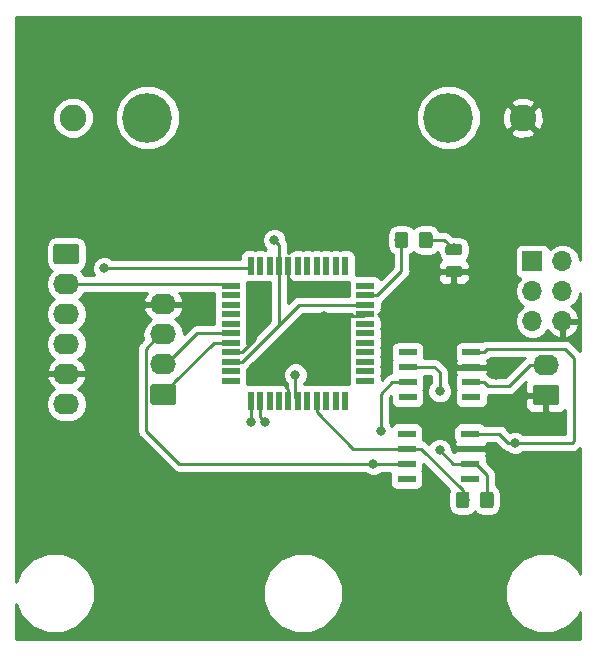
<source format=gbr>
G04 #@! TF.GenerationSoftware,KiCad,Pcbnew,5.0.1*
G04 #@! TF.CreationDate,2019-02-12T16:04:37-06:00*
G04 #@! TF.ProjectId,EFM,45464D2E6B696361645F706362000000,rev?*
G04 #@! TF.SameCoordinates,Original*
G04 #@! TF.FileFunction,Copper,L1,Top,Signal*
G04 #@! TF.FilePolarity,Positive*
%FSLAX46Y46*%
G04 Gerber Fmt 4.6, Leading zero omitted, Abs format (unit mm)*
G04 Created by KiCad (PCBNEW 5.0.1) date Tue 12 Feb 2019 04:04:37 PM CST*
%MOMM*%
%LPD*%
G01*
G04 APERTURE LIST*
G04 #@! TA.AperFunction,Conductor*
%ADD10C,0.100000*%
G04 #@! TD*
G04 #@! TA.AperFunction,SMDPad,CuDef*
%ADD11C,0.975000*%
G04 #@! TD*
G04 #@! TA.AperFunction,ComponentPad*
%ADD12C,1.740000*%
G04 #@! TD*
G04 #@! TA.AperFunction,ComponentPad*
%ADD13O,2.200000X1.740000*%
G04 #@! TD*
G04 #@! TA.AperFunction,ComponentPad*
%ADD14C,2.250000*%
G04 #@! TD*
G04 #@! TA.AperFunction,ComponentPad*
%ADD15C,4.216000*%
G04 #@! TD*
G04 #@! TA.AperFunction,SMDPad,CuDef*
%ADD16C,1.150000*%
G04 #@! TD*
G04 #@! TA.AperFunction,SMDPad,CuDef*
%ADD17R,1.550000X0.600000*%
G04 #@! TD*
G04 #@! TA.AperFunction,SMDPad,CuDef*
%ADD18R,1.500000X0.550000*%
G04 #@! TD*
G04 #@! TA.AperFunction,SMDPad,CuDef*
%ADD19R,0.550000X1.500000*%
G04 #@! TD*
G04 #@! TA.AperFunction,ComponentPad*
%ADD20R,1.700000X1.700000*%
G04 #@! TD*
G04 #@! TA.AperFunction,ComponentPad*
%ADD21O,1.700000X1.700000*%
G04 #@! TD*
G04 #@! TA.AperFunction,ViaPad*
%ADD22C,0.800000*%
G04 #@! TD*
G04 #@! TA.AperFunction,Conductor*
%ADD23C,0.250000*%
G04 #@! TD*
G04 #@! TA.AperFunction,Conductor*
%ADD24C,0.254000*%
G04 #@! TD*
G04 APERTURE END LIST*
D10*
G04 #@! TO.N,GND*
G04 #@! TO.C,D1*
G36*
X233280142Y-54788674D02*
X233303803Y-54792184D01*
X233327007Y-54797996D01*
X233349529Y-54806054D01*
X233371153Y-54816282D01*
X233391670Y-54828579D01*
X233410883Y-54842829D01*
X233428607Y-54858893D01*
X233444671Y-54876617D01*
X233458921Y-54895830D01*
X233471218Y-54916347D01*
X233481446Y-54937971D01*
X233489504Y-54960493D01*
X233495316Y-54983697D01*
X233498826Y-55007358D01*
X233500000Y-55031250D01*
X233500000Y-55518750D01*
X233498826Y-55542642D01*
X233495316Y-55566303D01*
X233489504Y-55589507D01*
X233481446Y-55612029D01*
X233471218Y-55633653D01*
X233458921Y-55654170D01*
X233444671Y-55673383D01*
X233428607Y-55691107D01*
X233410883Y-55707171D01*
X233391670Y-55721421D01*
X233371153Y-55733718D01*
X233349529Y-55743946D01*
X233327007Y-55752004D01*
X233303803Y-55757816D01*
X233280142Y-55761326D01*
X233256250Y-55762500D01*
X232343750Y-55762500D01*
X232319858Y-55761326D01*
X232296197Y-55757816D01*
X232272993Y-55752004D01*
X232250471Y-55743946D01*
X232228847Y-55733718D01*
X232208330Y-55721421D01*
X232189117Y-55707171D01*
X232171393Y-55691107D01*
X232155329Y-55673383D01*
X232141079Y-55654170D01*
X232128782Y-55633653D01*
X232118554Y-55612029D01*
X232110496Y-55589507D01*
X232104684Y-55566303D01*
X232101174Y-55542642D01*
X232100000Y-55518750D01*
X232100000Y-55031250D01*
X232101174Y-55007358D01*
X232104684Y-54983697D01*
X232110496Y-54960493D01*
X232118554Y-54937971D01*
X232128782Y-54916347D01*
X232141079Y-54895830D01*
X232155329Y-54876617D01*
X232171393Y-54858893D01*
X232189117Y-54842829D01*
X232208330Y-54828579D01*
X232228847Y-54816282D01*
X232250471Y-54806054D01*
X232272993Y-54797996D01*
X232296197Y-54792184D01*
X232319858Y-54788674D01*
X232343750Y-54787500D01*
X233256250Y-54787500D01*
X233280142Y-54788674D01*
X233280142Y-54788674D01*
G37*
D11*
G04 #@! TD*
G04 #@! TO.P,D1,1*
G04 #@! TO.N,GND*
X232800000Y-55275000D03*
D10*
G04 #@! TO.N,Net-(D1-Pad2)*
G04 #@! TO.C,D1*
G36*
X233280142Y-52913674D02*
X233303803Y-52917184D01*
X233327007Y-52922996D01*
X233349529Y-52931054D01*
X233371153Y-52941282D01*
X233391670Y-52953579D01*
X233410883Y-52967829D01*
X233428607Y-52983893D01*
X233444671Y-53001617D01*
X233458921Y-53020830D01*
X233471218Y-53041347D01*
X233481446Y-53062971D01*
X233489504Y-53085493D01*
X233495316Y-53108697D01*
X233498826Y-53132358D01*
X233500000Y-53156250D01*
X233500000Y-53643750D01*
X233498826Y-53667642D01*
X233495316Y-53691303D01*
X233489504Y-53714507D01*
X233481446Y-53737029D01*
X233471218Y-53758653D01*
X233458921Y-53779170D01*
X233444671Y-53798383D01*
X233428607Y-53816107D01*
X233410883Y-53832171D01*
X233391670Y-53846421D01*
X233371153Y-53858718D01*
X233349529Y-53868946D01*
X233327007Y-53877004D01*
X233303803Y-53882816D01*
X233280142Y-53886326D01*
X233256250Y-53887500D01*
X232343750Y-53887500D01*
X232319858Y-53886326D01*
X232296197Y-53882816D01*
X232272993Y-53877004D01*
X232250471Y-53868946D01*
X232228847Y-53858718D01*
X232208330Y-53846421D01*
X232189117Y-53832171D01*
X232171393Y-53816107D01*
X232155329Y-53798383D01*
X232141079Y-53779170D01*
X232128782Y-53758653D01*
X232118554Y-53737029D01*
X232110496Y-53714507D01*
X232104684Y-53691303D01*
X232101174Y-53667642D01*
X232100000Y-53643750D01*
X232100000Y-53156250D01*
X232101174Y-53132358D01*
X232104684Y-53108697D01*
X232110496Y-53085493D01*
X232118554Y-53062971D01*
X232128782Y-53041347D01*
X232141079Y-53020830D01*
X232155329Y-53001617D01*
X232171393Y-52983893D01*
X232189117Y-52967829D01*
X232208330Y-52953579D01*
X232228847Y-52941282D01*
X232250471Y-52931054D01*
X232272993Y-52922996D01*
X232296197Y-52917184D01*
X232319858Y-52913674D01*
X232343750Y-52912500D01*
X233256250Y-52912500D01*
X233280142Y-52913674D01*
X233280142Y-52913674D01*
G37*
D11*
G04 #@! TD*
G04 #@! TO.P,D1,2*
G04 #@! TO.N,Net-(D1-Pad2)*
X232800000Y-53400000D03*
D10*
G04 #@! TO.N,Net-(J1-Pad1)*
G04 #@! TO.C,J1*
G36*
X200874505Y-52911204D02*
X200898773Y-52914804D01*
X200922572Y-52920765D01*
X200945671Y-52929030D01*
X200967850Y-52939520D01*
X200988893Y-52952132D01*
X201008599Y-52966747D01*
X201026777Y-52983223D01*
X201043253Y-53001401D01*
X201057868Y-53021107D01*
X201070480Y-53042150D01*
X201080970Y-53064329D01*
X201089235Y-53087428D01*
X201095196Y-53111227D01*
X201098796Y-53135495D01*
X201100000Y-53159999D01*
X201100000Y-54400001D01*
X201098796Y-54424505D01*
X201095196Y-54448773D01*
X201089235Y-54472572D01*
X201080970Y-54495671D01*
X201070480Y-54517850D01*
X201057868Y-54538893D01*
X201043253Y-54558599D01*
X201026777Y-54576777D01*
X201008599Y-54593253D01*
X200988893Y-54607868D01*
X200967850Y-54620480D01*
X200945671Y-54630970D01*
X200922572Y-54639235D01*
X200898773Y-54645196D01*
X200874505Y-54648796D01*
X200850001Y-54650000D01*
X199149999Y-54650000D01*
X199125495Y-54648796D01*
X199101227Y-54645196D01*
X199077428Y-54639235D01*
X199054329Y-54630970D01*
X199032150Y-54620480D01*
X199011107Y-54607868D01*
X198991401Y-54593253D01*
X198973223Y-54576777D01*
X198956747Y-54558599D01*
X198942132Y-54538893D01*
X198929520Y-54517850D01*
X198919030Y-54495671D01*
X198910765Y-54472572D01*
X198904804Y-54448773D01*
X198901204Y-54424505D01*
X198900000Y-54400001D01*
X198900000Y-53159999D01*
X198901204Y-53135495D01*
X198904804Y-53111227D01*
X198910765Y-53087428D01*
X198919030Y-53064329D01*
X198929520Y-53042150D01*
X198942132Y-53021107D01*
X198956747Y-53001401D01*
X198973223Y-52983223D01*
X198991401Y-52966747D01*
X199011107Y-52952132D01*
X199032150Y-52939520D01*
X199054329Y-52929030D01*
X199077428Y-52920765D01*
X199101227Y-52914804D01*
X199125495Y-52911204D01*
X199149999Y-52910000D01*
X200850001Y-52910000D01*
X200874505Y-52911204D01*
X200874505Y-52911204D01*
G37*
D12*
G04 #@! TD*
G04 #@! TO.P,J1,1*
G04 #@! TO.N,Net-(J1-Pad1)*
X200000000Y-53780000D03*
D13*
G04 #@! TO.P,J1,2*
G04 #@! TO.N,/TXD*
X200000000Y-56320000D03*
G04 #@! TO.P,J1,3*
G04 #@! TO.N,/RXD*
X200000000Y-58860000D03*
G04 #@! TO.P,J1,4*
G04 #@! TO.N,/BATT*
X200000000Y-61400000D03*
G04 #@! TO.P,J1,5*
G04 #@! TO.N,GND*
X200000000Y-63940000D03*
G04 #@! TO.P,J1,6*
G04 #@! TO.N,Net-(J1-Pad6)*
X200000000Y-66480000D03*
G04 #@! TD*
D10*
G04 #@! TO.N,/SCLE*
G04 #@! TO.C,J2*
G36*
X209074505Y-64811204D02*
X209098773Y-64814804D01*
X209122572Y-64820765D01*
X209145671Y-64829030D01*
X209167850Y-64839520D01*
X209188893Y-64852132D01*
X209208599Y-64866747D01*
X209226777Y-64883223D01*
X209243253Y-64901401D01*
X209257868Y-64921107D01*
X209270480Y-64942150D01*
X209280970Y-64964329D01*
X209289235Y-64987428D01*
X209295196Y-65011227D01*
X209298796Y-65035495D01*
X209300000Y-65059999D01*
X209300000Y-66300001D01*
X209298796Y-66324505D01*
X209295196Y-66348773D01*
X209289235Y-66372572D01*
X209280970Y-66395671D01*
X209270480Y-66417850D01*
X209257868Y-66438893D01*
X209243253Y-66458599D01*
X209226777Y-66476777D01*
X209208599Y-66493253D01*
X209188893Y-66507868D01*
X209167850Y-66520480D01*
X209145671Y-66530970D01*
X209122572Y-66539235D01*
X209098773Y-66545196D01*
X209074505Y-66548796D01*
X209050001Y-66550000D01*
X207349999Y-66550000D01*
X207325495Y-66548796D01*
X207301227Y-66545196D01*
X207277428Y-66539235D01*
X207254329Y-66530970D01*
X207232150Y-66520480D01*
X207211107Y-66507868D01*
X207191401Y-66493253D01*
X207173223Y-66476777D01*
X207156747Y-66458599D01*
X207142132Y-66438893D01*
X207129520Y-66417850D01*
X207119030Y-66395671D01*
X207110765Y-66372572D01*
X207104804Y-66348773D01*
X207101204Y-66324505D01*
X207100000Y-66300001D01*
X207100000Y-65059999D01*
X207101204Y-65035495D01*
X207104804Y-65011227D01*
X207110765Y-64987428D01*
X207119030Y-64964329D01*
X207129520Y-64942150D01*
X207142132Y-64921107D01*
X207156747Y-64901401D01*
X207173223Y-64883223D01*
X207191401Y-64866747D01*
X207211107Y-64852132D01*
X207232150Y-64839520D01*
X207254329Y-64829030D01*
X207277428Y-64820765D01*
X207301227Y-64814804D01*
X207325495Y-64811204D01*
X207349999Y-64810000D01*
X209050001Y-64810000D01*
X209074505Y-64811204D01*
X209074505Y-64811204D01*
G37*
D12*
G04 #@! TD*
G04 #@! TO.P,J2,1*
G04 #@! TO.N,/SCLE*
X208200000Y-65680000D03*
D13*
G04 #@! TO.P,J2,2*
G04 #@! TO.N,/SDAD*
X208200000Y-63140000D03*
G04 #@! TO.P,J2,3*
G04 #@! TO.N,/+2.8V*
X208200000Y-60600000D03*
G04 #@! TO.P,J2,4*
G04 #@! TO.N,GND*
X208200000Y-58060000D03*
G04 #@! TD*
D10*
G04 #@! TO.N,GND*
G04 #@! TO.C,J3*
G36*
X241474505Y-64871204D02*
X241498773Y-64874804D01*
X241522572Y-64880765D01*
X241545671Y-64889030D01*
X241567850Y-64899520D01*
X241588893Y-64912132D01*
X241608599Y-64926747D01*
X241626777Y-64943223D01*
X241643253Y-64961401D01*
X241657868Y-64981107D01*
X241670480Y-65002150D01*
X241680970Y-65024329D01*
X241689235Y-65047428D01*
X241695196Y-65071227D01*
X241698796Y-65095495D01*
X241700000Y-65119999D01*
X241700000Y-66360001D01*
X241698796Y-66384505D01*
X241695196Y-66408773D01*
X241689235Y-66432572D01*
X241680970Y-66455671D01*
X241670480Y-66477850D01*
X241657868Y-66498893D01*
X241643253Y-66518599D01*
X241626777Y-66536777D01*
X241608599Y-66553253D01*
X241588893Y-66567868D01*
X241567850Y-66580480D01*
X241545671Y-66590970D01*
X241522572Y-66599235D01*
X241498773Y-66605196D01*
X241474505Y-66608796D01*
X241450001Y-66610000D01*
X239749999Y-66610000D01*
X239725495Y-66608796D01*
X239701227Y-66605196D01*
X239677428Y-66599235D01*
X239654329Y-66590970D01*
X239632150Y-66580480D01*
X239611107Y-66567868D01*
X239591401Y-66553253D01*
X239573223Y-66536777D01*
X239556747Y-66518599D01*
X239542132Y-66498893D01*
X239529520Y-66477850D01*
X239519030Y-66455671D01*
X239510765Y-66432572D01*
X239504804Y-66408773D01*
X239501204Y-66384505D01*
X239500000Y-66360001D01*
X239500000Y-65119999D01*
X239501204Y-65095495D01*
X239504804Y-65071227D01*
X239510765Y-65047428D01*
X239519030Y-65024329D01*
X239529520Y-65002150D01*
X239542132Y-64981107D01*
X239556747Y-64961401D01*
X239573223Y-64943223D01*
X239591401Y-64926747D01*
X239611107Y-64912132D01*
X239632150Y-64899520D01*
X239654329Y-64889030D01*
X239677428Y-64880765D01*
X239701227Y-64874804D01*
X239725495Y-64871204D01*
X239749999Y-64870000D01*
X241450001Y-64870000D01*
X241474505Y-64871204D01*
X241474505Y-64871204D01*
G37*
D12*
G04 #@! TD*
G04 #@! TO.P,J3,1*
G04 #@! TO.N,GND*
X240600000Y-65740000D03*
D13*
G04 #@! TO.P,J3,2*
G04 #@! TO.N,/S1*
X240600000Y-63200000D03*
G04 #@! TD*
D14*
G04 #@! TO.P,M1,+*
G04 #@! TO.N,/BATT*
X200549200Y-42250000D03*
G04 #@! TO.P,M1,-*
G04 #@! TO.N,GND*
X238649200Y-42250000D03*
D15*
G04 #@! TO.P,M1,P$4*
G04 #@! TO.N,N/C*
X206848400Y-42250000D03*
G04 #@! TO.P,M1,P$5*
X232350000Y-42250000D03*
G04 #@! TD*
D10*
G04 #@! TO.N,Net-(D1-Pad2)*
G04 #@! TO.C,R1*
G36*
X230774505Y-51901204D02*
X230798773Y-51904804D01*
X230822572Y-51910765D01*
X230845671Y-51919030D01*
X230867850Y-51929520D01*
X230888893Y-51942132D01*
X230908599Y-51956747D01*
X230926777Y-51973223D01*
X230943253Y-51991401D01*
X230957868Y-52011107D01*
X230970480Y-52032150D01*
X230980970Y-52054329D01*
X230989235Y-52077428D01*
X230995196Y-52101227D01*
X230998796Y-52125495D01*
X231000000Y-52149999D01*
X231000000Y-53050001D01*
X230998796Y-53074505D01*
X230995196Y-53098773D01*
X230989235Y-53122572D01*
X230980970Y-53145671D01*
X230970480Y-53167850D01*
X230957868Y-53188893D01*
X230943253Y-53208599D01*
X230926777Y-53226777D01*
X230908599Y-53243253D01*
X230888893Y-53257868D01*
X230867850Y-53270480D01*
X230845671Y-53280970D01*
X230822572Y-53289235D01*
X230798773Y-53295196D01*
X230774505Y-53298796D01*
X230750001Y-53300000D01*
X230099999Y-53300000D01*
X230075495Y-53298796D01*
X230051227Y-53295196D01*
X230027428Y-53289235D01*
X230004329Y-53280970D01*
X229982150Y-53270480D01*
X229961107Y-53257868D01*
X229941401Y-53243253D01*
X229923223Y-53226777D01*
X229906747Y-53208599D01*
X229892132Y-53188893D01*
X229879520Y-53167850D01*
X229869030Y-53145671D01*
X229860765Y-53122572D01*
X229854804Y-53098773D01*
X229851204Y-53074505D01*
X229850000Y-53050001D01*
X229850000Y-52149999D01*
X229851204Y-52125495D01*
X229854804Y-52101227D01*
X229860765Y-52077428D01*
X229869030Y-52054329D01*
X229879520Y-52032150D01*
X229892132Y-52011107D01*
X229906747Y-51991401D01*
X229923223Y-51973223D01*
X229941401Y-51956747D01*
X229961107Y-51942132D01*
X229982150Y-51929520D01*
X230004329Y-51919030D01*
X230027428Y-51910765D01*
X230051227Y-51904804D01*
X230075495Y-51901204D01*
X230099999Y-51900000D01*
X230750001Y-51900000D01*
X230774505Y-51901204D01*
X230774505Y-51901204D01*
G37*
D16*
G04 #@! TD*
G04 #@! TO.P,R1,1*
G04 #@! TO.N,Net-(D1-Pad2)*
X230425000Y-52600000D03*
D10*
G04 #@! TO.N,/LED*
G04 #@! TO.C,R1*
G36*
X228724505Y-51901204D02*
X228748773Y-51904804D01*
X228772572Y-51910765D01*
X228795671Y-51919030D01*
X228817850Y-51929520D01*
X228838893Y-51942132D01*
X228858599Y-51956747D01*
X228876777Y-51973223D01*
X228893253Y-51991401D01*
X228907868Y-52011107D01*
X228920480Y-52032150D01*
X228930970Y-52054329D01*
X228939235Y-52077428D01*
X228945196Y-52101227D01*
X228948796Y-52125495D01*
X228950000Y-52149999D01*
X228950000Y-53050001D01*
X228948796Y-53074505D01*
X228945196Y-53098773D01*
X228939235Y-53122572D01*
X228930970Y-53145671D01*
X228920480Y-53167850D01*
X228907868Y-53188893D01*
X228893253Y-53208599D01*
X228876777Y-53226777D01*
X228858599Y-53243253D01*
X228838893Y-53257868D01*
X228817850Y-53270480D01*
X228795671Y-53280970D01*
X228772572Y-53289235D01*
X228748773Y-53295196D01*
X228724505Y-53298796D01*
X228700001Y-53300000D01*
X228049999Y-53300000D01*
X228025495Y-53298796D01*
X228001227Y-53295196D01*
X227977428Y-53289235D01*
X227954329Y-53280970D01*
X227932150Y-53270480D01*
X227911107Y-53257868D01*
X227891401Y-53243253D01*
X227873223Y-53226777D01*
X227856747Y-53208599D01*
X227842132Y-53188893D01*
X227829520Y-53167850D01*
X227819030Y-53145671D01*
X227810765Y-53122572D01*
X227804804Y-53098773D01*
X227801204Y-53074505D01*
X227800000Y-53050001D01*
X227800000Y-52149999D01*
X227801204Y-52125495D01*
X227804804Y-52101227D01*
X227810765Y-52077428D01*
X227819030Y-52054329D01*
X227829520Y-52032150D01*
X227842132Y-52011107D01*
X227856747Y-51991401D01*
X227873223Y-51973223D01*
X227891401Y-51956747D01*
X227911107Y-51942132D01*
X227932150Y-51929520D01*
X227954329Y-51919030D01*
X227977428Y-51910765D01*
X228001227Y-51904804D01*
X228025495Y-51901204D01*
X228049999Y-51900000D01*
X228700001Y-51900000D01*
X228724505Y-51901204D01*
X228724505Y-51901204D01*
G37*
D16*
G04 #@! TD*
G04 #@! TO.P,R1,2*
G04 #@! TO.N,/LED*
X228375000Y-52600000D03*
D10*
G04 #@! TO.N,/VOUT*
G04 #@! TO.C,R5*
G36*
X233899505Y-73901204D02*
X233923773Y-73904804D01*
X233947572Y-73910765D01*
X233970671Y-73919030D01*
X233992850Y-73929520D01*
X234013893Y-73942132D01*
X234033599Y-73956747D01*
X234051777Y-73973223D01*
X234068253Y-73991401D01*
X234082868Y-74011107D01*
X234095480Y-74032150D01*
X234105970Y-74054329D01*
X234114235Y-74077428D01*
X234120196Y-74101227D01*
X234123796Y-74125495D01*
X234125000Y-74149999D01*
X234125000Y-75050001D01*
X234123796Y-75074505D01*
X234120196Y-75098773D01*
X234114235Y-75122572D01*
X234105970Y-75145671D01*
X234095480Y-75167850D01*
X234082868Y-75188893D01*
X234068253Y-75208599D01*
X234051777Y-75226777D01*
X234033599Y-75243253D01*
X234013893Y-75257868D01*
X233992850Y-75270480D01*
X233970671Y-75280970D01*
X233947572Y-75289235D01*
X233923773Y-75295196D01*
X233899505Y-75298796D01*
X233875001Y-75300000D01*
X233224999Y-75300000D01*
X233200495Y-75298796D01*
X233176227Y-75295196D01*
X233152428Y-75289235D01*
X233129329Y-75280970D01*
X233107150Y-75270480D01*
X233086107Y-75257868D01*
X233066401Y-75243253D01*
X233048223Y-75226777D01*
X233031747Y-75208599D01*
X233017132Y-75188893D01*
X233004520Y-75167850D01*
X232994030Y-75145671D01*
X232985765Y-75122572D01*
X232979804Y-75098773D01*
X232976204Y-75074505D01*
X232975000Y-75050001D01*
X232975000Y-74149999D01*
X232976204Y-74125495D01*
X232979804Y-74101227D01*
X232985765Y-74077428D01*
X232994030Y-74054329D01*
X233004520Y-74032150D01*
X233017132Y-74011107D01*
X233031747Y-73991401D01*
X233048223Y-73973223D01*
X233066401Y-73956747D01*
X233086107Y-73942132D01*
X233107150Y-73929520D01*
X233129329Y-73919030D01*
X233152428Y-73910765D01*
X233176227Y-73904804D01*
X233200495Y-73901204D01*
X233224999Y-73900000D01*
X233875001Y-73900000D01*
X233899505Y-73901204D01*
X233899505Y-73901204D01*
G37*
D16*
G04 #@! TD*
G04 #@! TO.P,R5,1*
G04 #@! TO.N,/VOUT*
X233550000Y-74600000D03*
D10*
G04 #@! TO.N,Net-(R3-Pad1)*
G04 #@! TO.C,R5*
G36*
X235949505Y-73901204D02*
X235973773Y-73904804D01*
X235997572Y-73910765D01*
X236020671Y-73919030D01*
X236042850Y-73929520D01*
X236063893Y-73942132D01*
X236083599Y-73956747D01*
X236101777Y-73973223D01*
X236118253Y-73991401D01*
X236132868Y-74011107D01*
X236145480Y-74032150D01*
X236155970Y-74054329D01*
X236164235Y-74077428D01*
X236170196Y-74101227D01*
X236173796Y-74125495D01*
X236175000Y-74149999D01*
X236175000Y-75050001D01*
X236173796Y-75074505D01*
X236170196Y-75098773D01*
X236164235Y-75122572D01*
X236155970Y-75145671D01*
X236145480Y-75167850D01*
X236132868Y-75188893D01*
X236118253Y-75208599D01*
X236101777Y-75226777D01*
X236083599Y-75243253D01*
X236063893Y-75257868D01*
X236042850Y-75270480D01*
X236020671Y-75280970D01*
X235997572Y-75289235D01*
X235973773Y-75295196D01*
X235949505Y-75298796D01*
X235925001Y-75300000D01*
X235274999Y-75300000D01*
X235250495Y-75298796D01*
X235226227Y-75295196D01*
X235202428Y-75289235D01*
X235179329Y-75280970D01*
X235157150Y-75270480D01*
X235136107Y-75257868D01*
X235116401Y-75243253D01*
X235098223Y-75226777D01*
X235081747Y-75208599D01*
X235067132Y-75188893D01*
X235054520Y-75167850D01*
X235044030Y-75145671D01*
X235035765Y-75122572D01*
X235029804Y-75098773D01*
X235026204Y-75074505D01*
X235025000Y-75050001D01*
X235025000Y-74149999D01*
X235026204Y-74125495D01*
X235029804Y-74101227D01*
X235035765Y-74077428D01*
X235044030Y-74054329D01*
X235054520Y-74032150D01*
X235067132Y-74011107D01*
X235081747Y-73991401D01*
X235098223Y-73973223D01*
X235116401Y-73956747D01*
X235136107Y-73942132D01*
X235157150Y-73929520D01*
X235179329Y-73919030D01*
X235202428Y-73910765D01*
X235226227Y-73904804D01*
X235250495Y-73901204D01*
X235274999Y-73900000D01*
X235925001Y-73900000D01*
X235949505Y-73901204D01*
X235949505Y-73901204D01*
G37*
D16*
G04 #@! TD*
G04 #@! TO.P,R5,2*
G04 #@! TO.N,Net-(R3-Pad1)*
X235600000Y-74600000D03*
D17*
G04 #@! TO.P,U2,1*
G04 #@! TO.N,Net-(U2-Pad1)*
X234300000Y-65905000D03*
G04 #@! TO.P,U2,2*
G04 #@! TO.N,/S1*
X234300000Y-64635000D03*
G04 #@! TO.P,U2,3*
G04 #@! TO.N,GND*
X234300000Y-63365000D03*
G04 #@! TO.P,U2,4*
G04 #@! TO.N,/-2.8V*
X234300000Y-62095000D03*
G04 #@! TO.P,U2,5*
G04 #@! TO.N,Net-(U2-Pad5)*
X228900000Y-62095000D03*
G04 #@! TO.P,U2,6*
G04 #@! TO.N,Net-(C3-Pad1)*
X228900000Y-63365000D03*
G04 #@! TO.P,U2,7*
G04 #@! TO.N,/+2.8V*
X228900000Y-64635000D03*
G04 #@! TO.P,U2,8*
G04 #@! TO.N,Net-(U2-Pad8)*
X228900000Y-65905000D03*
G04 #@! TD*
G04 #@! TO.P,U3,8*
G04 #@! TO.N,Net-(U3-Pad8)*
X228800000Y-72810000D03*
G04 #@! TO.P,U3,7*
G04 #@! TO.N,/+2.8V*
X228800000Y-71540000D03*
G04 #@! TO.P,U3,6*
G04 #@! TO.N,/VOUT*
X228800000Y-70270000D03*
G04 #@! TO.P,U3,5*
G04 #@! TO.N,Net-(U3-Pad5)*
X228800000Y-69000000D03*
G04 #@! TO.P,U3,4*
G04 #@! TO.N,/-2.8V*
X234200000Y-69000000D03*
G04 #@! TO.P,U3,3*
G04 #@! TO.N,GND*
X234200000Y-70270000D03*
G04 #@! TO.P,U3,2*
G04 #@! TO.N,Net-(R3-Pad1)*
X234200000Y-71540000D03*
G04 #@! TO.P,U3,1*
G04 #@! TO.N,Net-(U3-Pad1)*
X234200000Y-72810000D03*
G04 #@! TD*
D18*
G04 #@! TO.P,U5,1*
G04 #@! TO.N,Net-(U5-Pad1)*
X225300000Y-64500000D03*
G04 #@! TO.P,U5,2*
G04 #@! TO.N,Net-(U5-Pad2)*
X225300000Y-63700000D03*
G04 #@! TO.P,U5,3*
G04 #@! TO.N,Net-(U5-Pad3)*
X225300000Y-62900000D03*
G04 #@! TO.P,U5,4*
G04 #@! TO.N,Net-(U5-Pad4)*
X225300000Y-62100000D03*
G04 #@! TO.P,U5,5*
G04 #@! TO.N,Net-(U5-Pad5)*
X225300000Y-61300000D03*
G04 #@! TO.P,U5,6*
G04 #@! TO.N,Net-(U5-Pad6)*
X225300000Y-60500000D03*
G04 #@! TO.P,U5,7*
G04 #@! TO.N,Net-(U5-Pad7)*
X225300000Y-59700000D03*
G04 #@! TO.P,U5,8*
G04 #@! TO.N,GND*
X225300000Y-58900000D03*
G04 #@! TO.P,U5,9*
G04 #@! TO.N,Net-(C7-Pad1)*
X225300000Y-58100000D03*
G04 #@! TO.P,U5,10*
G04 #@! TO.N,/LED*
X225300000Y-57300000D03*
G04 #@! TO.P,U5,11*
G04 #@! TO.N,Net-(U5-Pad11)*
X225300000Y-56500000D03*
D19*
G04 #@! TO.P,U5,12*
G04 #@! TO.N,Net-(U5-Pad12)*
X223600000Y-54800000D03*
G04 #@! TO.P,U5,13*
G04 #@! TO.N,Net-(U5-Pad13)*
X222800000Y-54800000D03*
G04 #@! TO.P,U5,14*
G04 #@! TO.N,Net-(U5-Pad14)*
X222000000Y-54800000D03*
G04 #@! TO.P,U5,15*
G04 #@! TO.N,Net-(U5-Pad15)*
X221200000Y-54800000D03*
G04 #@! TO.P,U5,16*
G04 #@! TO.N,Net-(U5-Pad16)*
X220400000Y-54800000D03*
G04 #@! TO.P,U5,17*
G04 #@! TO.N,Net-(U5-Pad17)*
X219600000Y-54800000D03*
G04 #@! TO.P,U5,18*
G04 #@! TO.N,GND*
X218800000Y-54800000D03*
G04 #@! TO.P,U5,19*
G04 #@! TO.N,Net-(C7-Pad1)*
X218000000Y-54800000D03*
G04 #@! TO.P,U5,20*
G04 #@! TO.N,Net-(U5-Pad20)*
X217200000Y-54800000D03*
G04 #@! TO.P,U5,21*
G04 #@! TO.N,Net-(U5-Pad21)*
X216400000Y-54800000D03*
G04 #@! TO.P,U5,22*
G04 #@! TO.N,/RXD*
X215600000Y-54800000D03*
D18*
G04 #@! TO.P,U5,23*
G04 #@! TO.N,/TXD*
X213900000Y-56500000D03*
G04 #@! TO.P,U5,24*
G04 #@! TO.N,Net-(U5-Pad24)*
X213900000Y-57300000D03*
G04 #@! TO.P,U5,25*
G04 #@! TO.N,Net-(U5-Pad25)*
X213900000Y-58100000D03*
G04 #@! TO.P,U5,26*
G04 #@! TO.N,Net-(U5-Pad26)*
X213900000Y-58900000D03*
G04 #@! TO.P,U5,27*
G04 #@! TO.N,Net-(U5-Pad27)*
X213900000Y-59700000D03*
G04 #@! TO.P,U5,28*
G04 #@! TO.N,/SDAD*
X213900000Y-60500000D03*
G04 #@! TO.P,U5,29*
G04 #@! TO.N,/SCLE*
X213900000Y-61300000D03*
G04 #@! TO.P,U5,30*
G04 #@! TO.N,GND*
X213900000Y-62100000D03*
G04 #@! TO.P,U5,31*
G04 #@! TO.N,Net-(C7-Pad1)*
X213900000Y-62900000D03*
G04 #@! TO.P,U5,32*
G04 #@! TO.N,Net-(U5-Pad32)*
X213900000Y-63700000D03*
G04 #@! TO.P,U5,33*
G04 #@! TO.N,Net-(U5-Pad33)*
X213900000Y-64500000D03*
D19*
G04 #@! TO.P,U5,34*
G04 #@! TO.N,/PDI-DATA*
X215600000Y-66200000D03*
G04 #@! TO.P,U5,35*
G04 #@! TO.N,/PDI-CLK*
X216400000Y-66200000D03*
G04 #@! TO.P,U5,36*
G04 #@! TO.N,Net-(U5-Pad36)*
X217200000Y-66200000D03*
G04 #@! TO.P,U5,37*
G04 #@! TO.N,Net-(U5-Pad37)*
X218000000Y-66200000D03*
G04 #@! TO.P,U5,38*
G04 #@! TO.N,GND*
X218800000Y-66200000D03*
G04 #@! TO.P,U5,39*
G04 #@! TO.N,Net-(C10-Pad2)*
X219600000Y-66200000D03*
G04 #@! TO.P,U5,40*
G04 #@! TO.N,Net-(U5-Pad40)*
X220400000Y-66200000D03*
G04 #@! TO.P,U5,41*
G04 #@! TO.N,/VOUT*
X221200000Y-66200000D03*
G04 #@! TO.P,U5,42*
G04 #@! TO.N,Net-(U5-Pad42)*
X222000000Y-66200000D03*
G04 #@! TO.P,U5,43*
G04 #@! TO.N,Net-(U5-Pad43)*
X222800000Y-66200000D03*
G04 #@! TO.P,U5,44*
G04 #@! TO.N,Net-(U5-Pad44)*
X223600000Y-66200000D03*
G04 #@! TD*
D20*
G04 #@! TO.P,J4,1*
G04 #@! TO.N,/PDI-DATA*
X239460000Y-54400000D03*
D21*
G04 #@! TO.P,J4,2*
G04 #@! TO.N,/+2.8V*
X242000000Y-54400000D03*
G04 #@! TO.P,J4,3*
G04 #@! TO.N,Net-(J4-Pad3)*
X239460000Y-56940000D03*
G04 #@! TO.P,J4,4*
G04 #@! TO.N,Net-(J4-Pad4)*
X242000000Y-56940000D03*
G04 #@! TO.P,J4,5*
G04 #@! TO.N,/PDI-CLK*
X239460000Y-59480000D03*
G04 #@! TO.P,J4,6*
G04 #@! TO.N,GND*
X242000000Y-59480000D03*
G04 #@! TD*
D22*
G04 #@! TO.N,/-2.8V*
X238000000Y-69800000D03*
G04 #@! TO.N,GND*
X236400000Y-64000000D03*
X199600000Y-48600000D03*
X214400000Y-41600000D03*
X236400000Y-66600000D03*
X221600000Y-56800000D03*
X221800000Y-59000000D03*
X217000000Y-63800000D03*
X216000000Y-60200000D03*
G04 #@! TO.N,/+2.8V*
X226000000Y-71540000D03*
X226600000Y-68800000D03*
G04 #@! TO.N,Net-(C3-Pad1)*
X231600000Y-65400000D03*
G04 #@! TO.N,Net-(C7-Pad1)*
X217600000Y-52600000D03*
G04 #@! TO.N,Net-(C10-Pad2)*
X219400000Y-64000000D03*
G04 #@! TO.N,/RXD*
X203200000Y-55000000D03*
G04 #@! TO.N,/PDI-DATA*
X215600000Y-68000000D03*
G04 #@! TO.N,/PDI-CLK*
X216800000Y-68000000D03*
G04 #@! TO.N,Net-(R3-Pad1)*
X231600000Y-70400000D03*
G04 #@! TD*
D23*
G04 #@! TO.N,/-2.8V*
X238000000Y-69800000D02*
X242800000Y-69800000D01*
X242800000Y-69800000D02*
X243000000Y-69600000D01*
X243000000Y-69600000D02*
X243000000Y-62600000D01*
X235325000Y-62095000D02*
X234300000Y-62095000D01*
X236634315Y-69000000D02*
X235225000Y-69000000D01*
X237434315Y-69800000D02*
X236634315Y-69000000D01*
X235225000Y-69000000D02*
X234200000Y-69000000D01*
X238000000Y-69800000D02*
X237434315Y-69800000D01*
X235620000Y-61800000D02*
X242200000Y-61800000D01*
X242200000Y-61800000D02*
X243000000Y-62600000D01*
X235325000Y-62095000D02*
X235620000Y-61800000D01*
G04 #@! TO.N,GND*
X234300000Y-63365000D02*
X235765000Y-63365000D01*
X235765000Y-63365000D02*
X236400000Y-64000000D01*
X219800000Y-56800000D02*
X221600000Y-56800000D01*
X218800000Y-54800000D02*
X218800000Y-55800000D01*
X218800000Y-55800000D02*
X219800000Y-56800000D01*
X225200000Y-59000000D02*
X225300000Y-58900000D01*
X221800000Y-59000000D02*
X225200000Y-59000000D01*
X217400000Y-63800000D02*
X217000000Y-63800000D01*
X218800000Y-66200000D02*
X218800000Y-65200000D01*
X218800000Y-65200000D02*
X217400000Y-63800000D01*
X214900000Y-62100000D02*
X213900000Y-62100000D01*
X216000000Y-61000000D02*
X214900000Y-62100000D01*
X216000000Y-60200000D02*
X216000000Y-61000000D01*
G04 #@! TO.N,/+2.8V*
X206774990Y-61795010D02*
X206774990Y-68774990D01*
X208200000Y-60600000D02*
X207970000Y-60600000D01*
X207970000Y-60600000D02*
X206774990Y-61795010D01*
X209540000Y-71540000D02*
X226000000Y-71540000D01*
X206774990Y-68774990D02*
X209540000Y-71540000D01*
X226000000Y-71540000D02*
X228800000Y-71540000D01*
X226600000Y-68800000D02*
X226600000Y-65600000D01*
X227565000Y-64635000D02*
X228900000Y-64635000D01*
X226600000Y-65600000D02*
X227565000Y-64635000D01*
G04 #@! TO.N,Net-(C3-Pad1)*
X231600000Y-65400000D02*
X231600000Y-63800000D01*
X231165000Y-63365000D02*
X228900000Y-63365000D01*
X231600000Y-63800000D02*
X231165000Y-63365000D01*
G04 #@! TO.N,/S1*
X239250000Y-63200000D02*
X237450000Y-65000000D01*
X240600000Y-63200000D02*
X239250000Y-63200000D01*
X235325000Y-64635000D02*
X234300000Y-64635000D01*
X235690000Y-65000000D02*
X235325000Y-64635000D01*
X237450000Y-65000000D02*
X235690000Y-65000000D01*
G04 #@! TO.N,Net-(C7-Pad1)*
X218000000Y-53000000D02*
X218000000Y-54800000D01*
X217600000Y-52600000D02*
X218000000Y-53000000D01*
X218000000Y-54800000D02*
X218000000Y-55800000D01*
X214900000Y-62900000D02*
X213900000Y-62900000D01*
X218000000Y-59800000D02*
X214900000Y-62900000D01*
X218000000Y-54800000D02*
X218000000Y-59800000D01*
X219700000Y-58100000D02*
X218000000Y-59800000D01*
X225300000Y-58100000D02*
X219700000Y-58100000D01*
G04 #@! TO.N,Net-(C10-Pad2)*
X219400000Y-66000000D02*
X219600000Y-66200000D01*
X219400000Y-64000000D02*
X219400000Y-66000000D01*
G04 #@! TO.N,Net-(D1-Pad2)*
X232000000Y-52600000D02*
X232800000Y-53400000D01*
X230425000Y-52600000D02*
X232000000Y-52600000D01*
G04 #@! TO.N,/TXD*
X213720000Y-56320000D02*
X213900000Y-56500000D01*
X200000000Y-56320000D02*
X213720000Y-56320000D01*
G04 #@! TO.N,/RXD*
X215400000Y-55000000D02*
X215600000Y-54800000D01*
X203200000Y-55000000D02*
X215400000Y-55000000D01*
G04 #@! TO.N,/SCLE*
X209139773Y-64740227D02*
X209139773Y-64660227D01*
X208200000Y-65680000D02*
X209139773Y-64740227D01*
X212500000Y-61300000D02*
X213900000Y-61300000D01*
X209139773Y-64660227D02*
X212500000Y-61300000D01*
G04 #@! TO.N,/SDAD*
X212900000Y-60500000D02*
X213900000Y-60500000D01*
X211070000Y-60500000D02*
X212900000Y-60500000D01*
X208430000Y-63140000D02*
X211070000Y-60500000D01*
X208200000Y-63140000D02*
X208430000Y-63140000D01*
G04 #@! TO.N,/PDI-DATA*
X215600000Y-68000000D02*
X215600000Y-66200000D01*
G04 #@! TO.N,/PDI-CLK*
X216400000Y-67600000D02*
X216400000Y-66200000D01*
X216800000Y-68000000D02*
X216400000Y-67600000D01*
G04 #@! TO.N,/LED*
X228375000Y-53400000D02*
X228375000Y-52600000D01*
X228375000Y-55225000D02*
X228375000Y-53400000D01*
X226300000Y-57300000D02*
X228375000Y-55225000D01*
X225300000Y-57300000D02*
X226300000Y-57300000D01*
G04 #@! TO.N,Net-(R3-Pad1)*
X232740000Y-71540000D02*
X234200000Y-71540000D01*
X231600000Y-70400000D02*
X232740000Y-71540000D01*
X235600000Y-72465000D02*
X235600000Y-73800000D01*
X234675000Y-71540000D02*
X235600000Y-72465000D01*
X235600000Y-73800000D02*
X235600000Y-74600000D01*
X234200000Y-71540000D02*
X234675000Y-71540000D01*
G04 #@! TO.N,/VOUT*
X229275000Y-70270000D02*
X228800000Y-70270000D01*
X233550000Y-73800000D02*
X230020000Y-70270000D01*
X229825000Y-70270000D02*
X228800000Y-70270000D01*
X230020000Y-70270000D02*
X229825000Y-70270000D01*
X233550000Y-74600000D02*
X233550000Y-73800000D01*
X227775000Y-70270000D02*
X228800000Y-70270000D01*
X224270000Y-70270000D02*
X227775000Y-70270000D01*
X221200000Y-67200000D02*
X224270000Y-70270000D01*
X221200000Y-66200000D02*
X221200000Y-67200000D01*
G04 #@! TD*
D24*
G04 #@! TO.N,GND*
G36*
X243490000Y-54278883D02*
X243398839Y-53820582D01*
X243070625Y-53329375D01*
X242579418Y-53001161D01*
X242146256Y-52915000D01*
X241853744Y-52915000D01*
X241420582Y-53001161D01*
X240929375Y-53329375D01*
X240917184Y-53347619D01*
X240908157Y-53302235D01*
X240767809Y-53092191D01*
X240557765Y-52951843D01*
X240310000Y-52902560D01*
X238610000Y-52902560D01*
X238362235Y-52951843D01*
X238152191Y-53092191D01*
X238011843Y-53302235D01*
X237962560Y-53550000D01*
X237962560Y-55250000D01*
X238011843Y-55497765D01*
X238152191Y-55707809D01*
X238362235Y-55848157D01*
X238407619Y-55857184D01*
X238389375Y-55869375D01*
X238061161Y-56360582D01*
X237945908Y-56940000D01*
X238061161Y-57519418D01*
X238389375Y-58010625D01*
X238687761Y-58210000D01*
X238389375Y-58409375D01*
X238061161Y-58900582D01*
X237945908Y-59480000D01*
X238061161Y-60059418D01*
X238389375Y-60550625D01*
X238880582Y-60878839D01*
X239313744Y-60965000D01*
X239606256Y-60965000D01*
X240039418Y-60878839D01*
X240530625Y-60550625D01*
X240731353Y-60250214D01*
X241118642Y-60675183D01*
X241643108Y-60921486D01*
X241873000Y-60800819D01*
X241873000Y-59607000D01*
X242127000Y-59607000D01*
X242127000Y-60800819D01*
X242356892Y-60921486D01*
X242881358Y-60675183D01*
X243271645Y-60246924D01*
X243441476Y-59836890D01*
X243320155Y-59607000D01*
X242127000Y-59607000D01*
X241873000Y-59607000D01*
X241853000Y-59607000D01*
X241853000Y-59353000D01*
X241873000Y-59353000D01*
X241873000Y-59333000D01*
X242127000Y-59333000D01*
X242127000Y-59353000D01*
X243320155Y-59353000D01*
X243441476Y-59123110D01*
X243271645Y-58713076D01*
X242881358Y-58284817D01*
X242751522Y-58223843D01*
X243070625Y-58010625D01*
X243398839Y-57519418D01*
X243490000Y-57061117D01*
X243490001Y-62013364D01*
X243484473Y-62009671D01*
X242790331Y-61315530D01*
X242747929Y-61252071D01*
X242496537Y-61084096D01*
X242274852Y-61040000D01*
X242274847Y-61040000D01*
X242200000Y-61025112D01*
X242125153Y-61040000D01*
X235694846Y-61040000D01*
X235619999Y-61025112D01*
X235545152Y-61040000D01*
X235545148Y-61040000D01*
X235323463Y-61084096D01*
X235193274Y-61171086D01*
X235075000Y-61147560D01*
X233525000Y-61147560D01*
X233277235Y-61196843D01*
X233067191Y-61337191D01*
X232926843Y-61547235D01*
X232877560Y-61795000D01*
X232877560Y-62395000D01*
X232926843Y-62642765D01*
X232979768Y-62721972D01*
X232890000Y-62938690D01*
X232890000Y-63079250D01*
X233048750Y-63238000D01*
X234173000Y-63238000D01*
X234173000Y-63218000D01*
X234427000Y-63218000D01*
X234427000Y-63238000D01*
X235551250Y-63238000D01*
X235710000Y-63079250D01*
X235710000Y-62938690D01*
X235649367Y-62792309D01*
X235872929Y-62642929D01*
X235915331Y-62579470D01*
X235934801Y-62560000D01*
X238839864Y-62560000D01*
X238765526Y-62609671D01*
X238765524Y-62609673D01*
X238702071Y-62652071D01*
X238659673Y-62715524D01*
X237135199Y-64240000D01*
X236004801Y-64240000D01*
X235915331Y-64150530D01*
X235872929Y-64087071D01*
X235649367Y-63937691D01*
X235710000Y-63791310D01*
X235710000Y-63650750D01*
X235551250Y-63492000D01*
X234427000Y-63492000D01*
X234427000Y-63512000D01*
X234173000Y-63512000D01*
X234173000Y-63492000D01*
X233048750Y-63492000D01*
X232890000Y-63650750D01*
X232890000Y-63791310D01*
X232979768Y-64008028D01*
X232926843Y-64087235D01*
X232877560Y-64335000D01*
X232877560Y-64935000D01*
X232926843Y-65182765D01*
X232985132Y-65270000D01*
X232926843Y-65357235D01*
X232877560Y-65605000D01*
X232877560Y-66205000D01*
X232926843Y-66452765D01*
X233067191Y-66662809D01*
X233277235Y-66803157D01*
X233525000Y-66852440D01*
X235075000Y-66852440D01*
X235322765Y-66803157D01*
X235532809Y-66662809D01*
X235673157Y-66452765D01*
X235722440Y-66205000D01*
X235722440Y-66025750D01*
X238865000Y-66025750D01*
X238865000Y-66736309D01*
X238961673Y-66969698D01*
X239140301Y-67148327D01*
X239373690Y-67245000D01*
X240314250Y-67245000D01*
X240473000Y-67086250D01*
X240473000Y-65867000D01*
X239023750Y-65867000D01*
X238865000Y-66025750D01*
X235722440Y-66025750D01*
X235722440Y-65768435D01*
X235764847Y-65760000D01*
X237375153Y-65760000D01*
X237450000Y-65774888D01*
X237524847Y-65760000D01*
X237524852Y-65760000D01*
X237746537Y-65715904D01*
X237997929Y-65547929D01*
X238040331Y-65484470D01*
X238924319Y-64600483D01*
X238865000Y-64743691D01*
X238865000Y-65454250D01*
X239023750Y-65613000D01*
X240473000Y-65613000D01*
X240473000Y-65593000D01*
X240727000Y-65593000D01*
X240727000Y-65613000D01*
X240747000Y-65613000D01*
X240747000Y-65867000D01*
X240727000Y-65867000D01*
X240727000Y-67086250D01*
X240885750Y-67245000D01*
X241826310Y-67245000D01*
X242059699Y-67148327D01*
X242238327Y-66969698D01*
X242240000Y-66965658D01*
X242240000Y-69040000D01*
X238703711Y-69040000D01*
X238586280Y-68922569D01*
X238205874Y-68765000D01*
X237794126Y-68765000D01*
X237567845Y-68858728D01*
X237224646Y-68515530D01*
X237182244Y-68452071D01*
X236930852Y-68284096D01*
X236709167Y-68240000D01*
X236709162Y-68240000D01*
X236634315Y-68225112D01*
X236559468Y-68240000D01*
X235429530Y-68240000D01*
X235222765Y-68101843D01*
X234975000Y-68052560D01*
X233425000Y-68052560D01*
X233177235Y-68101843D01*
X232967191Y-68242191D01*
X232826843Y-68452235D01*
X232777560Y-68700000D01*
X232777560Y-69300000D01*
X232826843Y-69547765D01*
X232879768Y-69626972D01*
X232790000Y-69843690D01*
X232790000Y-69984250D01*
X232948750Y-70143000D01*
X234073000Y-70143000D01*
X234073000Y-70123000D01*
X234327000Y-70123000D01*
X234327000Y-70143000D01*
X235451250Y-70143000D01*
X235610000Y-69984250D01*
X235610000Y-69843690D01*
X235575334Y-69760000D01*
X236319514Y-69760000D01*
X236843986Y-70284473D01*
X236886386Y-70347929D01*
X236949842Y-70390329D01*
X237137777Y-70515904D01*
X237185920Y-70525480D01*
X237280603Y-70544314D01*
X237413720Y-70677431D01*
X237794126Y-70835000D01*
X238205874Y-70835000D01*
X238586280Y-70677431D01*
X238703711Y-70560000D01*
X242725153Y-70560000D01*
X242800000Y-70574888D01*
X242874847Y-70560000D01*
X242874852Y-70560000D01*
X243096537Y-70515904D01*
X243347929Y-70347929D01*
X243390331Y-70284470D01*
X243484470Y-70190331D01*
X243490001Y-70186635D01*
X243490001Y-80873071D01*
X243369664Y-80582552D01*
X242417448Y-79630336D01*
X241173318Y-79115000D01*
X239826682Y-79115000D01*
X238582552Y-79630336D01*
X237630336Y-80582552D01*
X237115000Y-81826682D01*
X237115000Y-83173318D01*
X237630336Y-84417448D01*
X238582552Y-85369664D01*
X239826682Y-85885000D01*
X241173318Y-85885000D01*
X242417448Y-85369664D01*
X243369664Y-84417448D01*
X243490001Y-84126929D01*
X243490001Y-86301925D01*
X243475863Y-86373000D01*
X195724137Y-86373000D01*
X195710000Y-86301929D01*
X195710000Y-83402668D01*
X196130336Y-84417448D01*
X197082552Y-85369664D01*
X198326682Y-85885000D01*
X199673318Y-85885000D01*
X200917448Y-85369664D01*
X201869664Y-84417448D01*
X202385000Y-83173318D01*
X202385000Y-81826682D01*
X216615000Y-81826682D01*
X216615000Y-83173318D01*
X217130336Y-84417448D01*
X218082552Y-85369664D01*
X219326682Y-85885000D01*
X220673318Y-85885000D01*
X221917448Y-85369664D01*
X222869664Y-84417448D01*
X223385000Y-83173318D01*
X223385000Y-81826682D01*
X222869664Y-80582552D01*
X221917448Y-79630336D01*
X220673318Y-79115000D01*
X219326682Y-79115000D01*
X218082552Y-79630336D01*
X217130336Y-80582552D01*
X216615000Y-81826682D01*
X202385000Y-81826682D01*
X201869664Y-80582552D01*
X200917448Y-79630336D01*
X199673318Y-79115000D01*
X198326682Y-79115000D01*
X197082552Y-79630336D01*
X196130336Y-80582552D01*
X195710000Y-81597332D01*
X195710000Y-66480000D01*
X198235516Y-66480000D01*
X198352322Y-67067222D01*
X198684956Y-67565044D01*
X199182778Y-67897678D01*
X199621774Y-67985000D01*
X200378226Y-67985000D01*
X200817222Y-67897678D01*
X201315044Y-67565044D01*
X201647678Y-67067222D01*
X201764484Y-66480000D01*
X201647678Y-65892778D01*
X201315044Y-65394956D01*
X201027523Y-65202840D01*
X201390533Y-64910491D01*
X201673584Y-64392500D01*
X201691302Y-64300031D01*
X201570246Y-64067000D01*
X200127000Y-64067000D01*
X200127000Y-64087000D01*
X199873000Y-64087000D01*
X199873000Y-64067000D01*
X198429754Y-64067000D01*
X198308698Y-64300031D01*
X198326416Y-64392500D01*
X198609467Y-64910491D01*
X198972477Y-65202840D01*
X198684956Y-65394956D01*
X198352322Y-65892778D01*
X198235516Y-66480000D01*
X195710000Y-66480000D01*
X195710000Y-56320000D01*
X198235516Y-56320000D01*
X198352322Y-56907222D01*
X198684956Y-57405044D01*
X198961762Y-57590000D01*
X198684956Y-57774956D01*
X198352322Y-58272778D01*
X198235516Y-58860000D01*
X198352322Y-59447222D01*
X198684956Y-59945044D01*
X198961762Y-60130000D01*
X198684956Y-60314956D01*
X198352322Y-60812778D01*
X198235516Y-61400000D01*
X198352322Y-61987222D01*
X198684956Y-62485044D01*
X198972477Y-62677160D01*
X198609467Y-62969509D01*
X198326416Y-63487500D01*
X198308698Y-63579969D01*
X198429754Y-63813000D01*
X199873000Y-63813000D01*
X199873000Y-63793000D01*
X200127000Y-63793000D01*
X200127000Y-63813000D01*
X201570246Y-63813000D01*
X201691302Y-63579969D01*
X201673584Y-63487500D01*
X201390533Y-62969509D01*
X201027523Y-62677160D01*
X201315044Y-62485044D01*
X201647678Y-61987222D01*
X201764484Y-61400000D01*
X201647678Y-60812778D01*
X201315044Y-60314956D01*
X201038238Y-60130000D01*
X201315044Y-59945044D01*
X201647678Y-59447222D01*
X201764484Y-58860000D01*
X201647678Y-58272778D01*
X201315044Y-57774956D01*
X201038238Y-57590000D01*
X201315044Y-57405044D01*
X201532231Y-57080000D01*
X206821274Y-57080000D01*
X206809467Y-57089509D01*
X206526416Y-57607500D01*
X206508698Y-57699969D01*
X206629754Y-57933000D01*
X208073000Y-57933000D01*
X208073000Y-57913000D01*
X208327000Y-57913000D01*
X208327000Y-57933000D01*
X209770246Y-57933000D01*
X209891302Y-57699969D01*
X209873584Y-57607500D01*
X209590533Y-57089509D01*
X209578726Y-57080000D01*
X212502560Y-57080000D01*
X212502560Y-57575000D01*
X212527424Y-57700000D01*
X212502560Y-57825000D01*
X212502560Y-58375000D01*
X212527424Y-58500000D01*
X212502560Y-58625000D01*
X212502560Y-59175000D01*
X212527424Y-59300000D01*
X212502560Y-59425000D01*
X212502560Y-59740000D01*
X211144848Y-59740000D01*
X211070000Y-59725112D01*
X210995152Y-59740000D01*
X210995148Y-59740000D01*
X210828457Y-59773157D01*
X210773462Y-59784096D01*
X210623801Y-59884097D01*
X210522071Y-59952071D01*
X210479671Y-60015527D01*
X209952989Y-60542210D01*
X209847678Y-60012778D01*
X209515044Y-59514956D01*
X209227523Y-59322840D01*
X209590533Y-59030491D01*
X209873584Y-58512500D01*
X209891302Y-58420031D01*
X209770246Y-58187000D01*
X208327000Y-58187000D01*
X208327000Y-58207000D01*
X208073000Y-58207000D01*
X208073000Y-58187000D01*
X206629754Y-58187000D01*
X206508698Y-58420031D01*
X206526416Y-58512500D01*
X206809467Y-59030491D01*
X207172477Y-59322840D01*
X206884956Y-59514956D01*
X206552322Y-60012778D01*
X206435516Y-60600000D01*
X206511782Y-60983416D01*
X206290520Y-61204679D01*
X206227061Y-61247081D01*
X206059086Y-61498474D01*
X206014990Y-61720159D01*
X206014990Y-61720163D01*
X206000102Y-61795010D01*
X206014990Y-61869857D01*
X206014991Y-68700138D01*
X206000102Y-68774990D01*
X206059087Y-69071527D01*
X206179723Y-69252071D01*
X206227062Y-69322919D01*
X206290518Y-69365319D01*
X208949670Y-72024472D01*
X208992071Y-72087929D01*
X209243463Y-72255904D01*
X209465148Y-72300000D01*
X209465152Y-72300000D01*
X209540000Y-72314888D01*
X209614848Y-72300000D01*
X225296289Y-72300000D01*
X225413720Y-72417431D01*
X225794126Y-72575000D01*
X226205874Y-72575000D01*
X226586280Y-72417431D01*
X226703711Y-72300000D01*
X227419331Y-72300000D01*
X227377560Y-72510000D01*
X227377560Y-73110000D01*
X227426843Y-73357765D01*
X227567191Y-73567809D01*
X227777235Y-73708157D01*
X228025000Y-73757440D01*
X229575000Y-73757440D01*
X229822765Y-73708157D01*
X230032809Y-73567809D01*
X230173157Y-73357765D01*
X230222440Y-73110000D01*
X230222440Y-72510000D01*
X230173157Y-72262235D01*
X230114868Y-72175000D01*
X230173157Y-72087765D01*
X230222440Y-71840000D01*
X230222440Y-71547241D01*
X232430275Y-73755077D01*
X232395873Y-73806564D01*
X232327560Y-74149999D01*
X232327560Y-75050001D01*
X232395873Y-75393436D01*
X232590414Y-75684586D01*
X232881564Y-75879127D01*
X233224999Y-75947440D01*
X233875001Y-75947440D01*
X234218436Y-75879127D01*
X234509586Y-75684586D01*
X234575000Y-75586687D01*
X234640414Y-75684586D01*
X234931564Y-75879127D01*
X235274999Y-75947440D01*
X235925001Y-75947440D01*
X236268436Y-75879127D01*
X236559586Y-75684586D01*
X236754127Y-75393436D01*
X236822440Y-75050001D01*
X236822440Y-74149999D01*
X236754127Y-73806564D01*
X236559586Y-73515414D01*
X236360000Y-73382054D01*
X236360000Y-72539848D01*
X236374888Y-72465000D01*
X236360000Y-72390152D01*
X236360000Y-72390148D01*
X236315904Y-72168463D01*
X236147929Y-71917071D01*
X236084473Y-71874671D01*
X235622440Y-71412639D01*
X235622440Y-71240000D01*
X235573157Y-70992235D01*
X235520232Y-70913028D01*
X235610000Y-70696310D01*
X235610000Y-70555750D01*
X235451250Y-70397000D01*
X234327000Y-70397000D01*
X234327000Y-70417000D01*
X234073000Y-70417000D01*
X234073000Y-70397000D01*
X232948750Y-70397000D01*
X232810276Y-70535474D01*
X232635000Y-70360198D01*
X232635000Y-70194126D01*
X232477431Y-69813720D01*
X232186280Y-69522569D01*
X231805874Y-69365000D01*
X231394126Y-69365000D01*
X231013720Y-69522569D01*
X230722569Y-69813720D01*
X230697952Y-69873151D01*
X230610331Y-69785530D01*
X230567929Y-69722071D01*
X230316537Y-69554096D01*
X230177403Y-69526420D01*
X230222440Y-69300000D01*
X230222440Y-68700000D01*
X230173157Y-68452235D01*
X230032809Y-68242191D01*
X229822765Y-68101843D01*
X229575000Y-68052560D01*
X228025000Y-68052560D01*
X227777235Y-68101843D01*
X227567191Y-68242191D01*
X227519061Y-68314223D01*
X227477431Y-68213720D01*
X227360000Y-68096289D01*
X227360000Y-65914801D01*
X227477560Y-65797241D01*
X227477560Y-66205000D01*
X227526843Y-66452765D01*
X227667191Y-66662809D01*
X227877235Y-66803157D01*
X228125000Y-66852440D01*
X229675000Y-66852440D01*
X229922765Y-66803157D01*
X230132809Y-66662809D01*
X230273157Y-66452765D01*
X230322440Y-66205000D01*
X230322440Y-65605000D01*
X230273157Y-65357235D01*
X230214868Y-65270000D01*
X230273157Y-65182765D01*
X230322440Y-64935000D01*
X230322440Y-64335000D01*
X230280669Y-64125000D01*
X230840001Y-64125000D01*
X230840000Y-64696289D01*
X230722569Y-64813720D01*
X230565000Y-65194126D01*
X230565000Y-65605874D01*
X230722569Y-65986280D01*
X231013720Y-66277431D01*
X231394126Y-66435000D01*
X231805874Y-66435000D01*
X232186280Y-66277431D01*
X232477431Y-65986280D01*
X232635000Y-65605874D01*
X232635000Y-65194126D01*
X232477431Y-64813720D01*
X232360000Y-64696289D01*
X232360000Y-63874847D01*
X232374888Y-63800000D01*
X232360000Y-63725153D01*
X232360000Y-63725148D01*
X232315904Y-63503463D01*
X232147929Y-63252071D01*
X232084470Y-63209669D01*
X231755331Y-62880530D01*
X231712929Y-62817071D01*
X231461537Y-62649096D01*
X231239852Y-62605000D01*
X231239847Y-62605000D01*
X231165000Y-62590112D01*
X231090153Y-62605000D01*
X230280669Y-62605000D01*
X230322440Y-62395000D01*
X230322440Y-61795000D01*
X230273157Y-61547235D01*
X230132809Y-61337191D01*
X229922765Y-61196843D01*
X229675000Y-61147560D01*
X228125000Y-61147560D01*
X227877235Y-61196843D01*
X227667191Y-61337191D01*
X227526843Y-61547235D01*
X227477560Y-61795000D01*
X227477560Y-62395000D01*
X227526843Y-62642765D01*
X227585132Y-62730000D01*
X227526843Y-62817235D01*
X227477560Y-63065000D01*
X227477560Y-63665000D01*
X227518221Y-63869417D01*
X227490152Y-63875000D01*
X227490148Y-63875000D01*
X227268463Y-63919096D01*
X227017071Y-64087071D01*
X226974671Y-64150527D01*
X226697440Y-64427758D01*
X226697440Y-64225000D01*
X226672576Y-64100000D01*
X226697440Y-63975000D01*
X226697440Y-63425000D01*
X226672576Y-63300000D01*
X226697440Y-63175000D01*
X226697440Y-62625000D01*
X226672576Y-62500000D01*
X226697440Y-62375000D01*
X226697440Y-61825000D01*
X226672576Y-61700000D01*
X226697440Y-61575000D01*
X226697440Y-61025000D01*
X226672576Y-60900000D01*
X226697440Y-60775000D01*
X226697440Y-60225000D01*
X226672576Y-60100000D01*
X226697440Y-59975000D01*
X226697440Y-59425000D01*
X226676783Y-59321148D01*
X226685000Y-59301310D01*
X226685000Y-59185750D01*
X226591112Y-59091862D01*
X226507809Y-58967191D01*
X226407251Y-58900000D01*
X226507809Y-58832809D01*
X226591112Y-58708138D01*
X226685000Y-58614250D01*
X226685000Y-58498690D01*
X226676783Y-58478852D01*
X226697440Y-58375000D01*
X226697440Y-57948483D01*
X226847929Y-57847929D01*
X226890331Y-57784470D01*
X228859473Y-55815329D01*
X228922929Y-55772929D01*
X229064702Y-55560750D01*
X231465000Y-55560750D01*
X231465000Y-55888809D01*
X231561673Y-56122198D01*
X231740301Y-56300827D01*
X231973690Y-56397500D01*
X232514250Y-56397500D01*
X232673000Y-56238750D01*
X232673000Y-55402000D01*
X232927000Y-55402000D01*
X232927000Y-56238750D01*
X233085750Y-56397500D01*
X233626310Y-56397500D01*
X233859699Y-56300827D01*
X234038327Y-56122198D01*
X234135000Y-55888809D01*
X234135000Y-55560750D01*
X233976250Y-55402000D01*
X232927000Y-55402000D01*
X232673000Y-55402000D01*
X231623750Y-55402000D01*
X231465000Y-55560750D01*
X229064702Y-55560750D01*
X229090904Y-55521537D01*
X229135000Y-55299852D01*
X229135000Y-55299848D01*
X229149888Y-55225001D01*
X229135000Y-55150154D01*
X229135000Y-53817946D01*
X229334586Y-53684586D01*
X229400000Y-53586687D01*
X229465414Y-53684586D01*
X229756564Y-53879127D01*
X230099999Y-53947440D01*
X230750001Y-53947440D01*
X231093436Y-53879127D01*
X231384586Y-53684586D01*
X231452560Y-53582856D01*
X231452560Y-53643750D01*
X231520398Y-53984794D01*
X231713584Y-54273916D01*
X231714767Y-54274707D01*
X231561673Y-54427802D01*
X231465000Y-54661191D01*
X231465000Y-54989250D01*
X231623750Y-55148000D01*
X232673000Y-55148000D01*
X232673000Y-55128000D01*
X232927000Y-55128000D01*
X232927000Y-55148000D01*
X233976250Y-55148000D01*
X234135000Y-54989250D01*
X234135000Y-54661191D01*
X234038327Y-54427802D01*
X233885233Y-54274707D01*
X233886416Y-54273916D01*
X234079602Y-53984794D01*
X234147440Y-53643750D01*
X234147440Y-53156250D01*
X234079602Y-52815206D01*
X233886416Y-52526084D01*
X233597294Y-52332898D01*
X233256250Y-52265060D01*
X232739861Y-52265060D01*
X232590331Y-52115530D01*
X232547929Y-52052071D01*
X232296537Y-51884096D01*
X232074852Y-51840000D01*
X232074847Y-51840000D01*
X232000000Y-51825112D01*
X231925153Y-51840000D01*
X231585778Y-51840000D01*
X231579127Y-51806564D01*
X231384586Y-51515414D01*
X231093436Y-51320873D01*
X230750001Y-51252560D01*
X230099999Y-51252560D01*
X229756564Y-51320873D01*
X229465414Y-51515414D01*
X229400000Y-51613313D01*
X229334586Y-51515414D01*
X229043436Y-51320873D01*
X228700001Y-51252560D01*
X228049999Y-51252560D01*
X227706564Y-51320873D01*
X227415414Y-51515414D01*
X227220873Y-51806564D01*
X227152560Y-52149999D01*
X227152560Y-53050001D01*
X227220873Y-53393436D01*
X227415414Y-53684586D01*
X227615001Y-53817946D01*
X227615000Y-54910198D01*
X226608025Y-55917174D01*
X226507809Y-55767191D01*
X226297765Y-55626843D01*
X226050000Y-55577560D01*
X224550000Y-55577560D01*
X224515597Y-55584403D01*
X224522440Y-55550000D01*
X224522440Y-54050000D01*
X224473157Y-53802235D01*
X224332809Y-53592191D01*
X224122765Y-53451843D01*
X223875000Y-53402560D01*
X223325000Y-53402560D01*
X223200000Y-53427424D01*
X223075000Y-53402560D01*
X222525000Y-53402560D01*
X222400000Y-53427424D01*
X222275000Y-53402560D01*
X221725000Y-53402560D01*
X221600000Y-53427424D01*
X221475000Y-53402560D01*
X220925000Y-53402560D01*
X220800000Y-53427424D01*
X220675000Y-53402560D01*
X220125000Y-53402560D01*
X220000000Y-53427424D01*
X219875000Y-53402560D01*
X219325000Y-53402560D01*
X219221148Y-53423217D01*
X219201310Y-53415000D01*
X219085750Y-53415000D01*
X218991862Y-53508888D01*
X218867191Y-53592191D01*
X218800000Y-53692749D01*
X218760000Y-53632885D01*
X218760000Y-53074846D01*
X218774888Y-52999999D01*
X218760000Y-52925152D01*
X218760000Y-52925148D01*
X218715904Y-52703463D01*
X218635000Y-52582382D01*
X218635000Y-52394126D01*
X218477431Y-52013720D01*
X218186280Y-51722569D01*
X217805874Y-51565000D01*
X217394126Y-51565000D01*
X217013720Y-51722569D01*
X216722569Y-52013720D01*
X216565000Y-52394126D01*
X216565000Y-52805874D01*
X216722569Y-53186280D01*
X216938849Y-53402560D01*
X216925000Y-53402560D01*
X216800000Y-53427424D01*
X216675000Y-53402560D01*
X216125000Y-53402560D01*
X216000000Y-53427424D01*
X215875000Y-53402560D01*
X215325000Y-53402560D01*
X215077235Y-53451843D01*
X214867191Y-53592191D01*
X214726843Y-53802235D01*
X214677560Y-54050000D01*
X214677560Y-54240000D01*
X203903711Y-54240000D01*
X203786280Y-54122569D01*
X203405874Y-53965000D01*
X202994126Y-53965000D01*
X202613720Y-54122569D01*
X202322569Y-54413720D01*
X202165000Y-54794126D01*
X202165000Y-55205874D01*
X202311683Y-55560000D01*
X201532231Y-55560000D01*
X201315044Y-55234956D01*
X201249878Y-55191413D01*
X201484586Y-55034586D01*
X201679127Y-54743436D01*
X201747440Y-54400001D01*
X201747440Y-53159999D01*
X201679127Y-52816564D01*
X201484586Y-52525414D01*
X201193436Y-52330873D01*
X200850001Y-52262560D01*
X199149999Y-52262560D01*
X198806564Y-52330873D01*
X198515414Y-52525414D01*
X198320873Y-52816564D01*
X198252560Y-53159999D01*
X198252560Y-54400001D01*
X198320873Y-54743436D01*
X198515414Y-55034586D01*
X198750122Y-55191413D01*
X198684956Y-55234956D01*
X198352322Y-55732778D01*
X198235516Y-56320000D01*
X195710000Y-56320000D01*
X195710000Y-41899914D01*
X198789200Y-41899914D01*
X198789200Y-42600086D01*
X199057144Y-43246960D01*
X199552240Y-43742056D01*
X200199114Y-44010000D01*
X200899286Y-44010000D01*
X201546160Y-43742056D01*
X202041256Y-43246960D01*
X202309200Y-42600086D01*
X202309200Y-41899914D01*
X202228209Y-41704383D01*
X204105400Y-41704383D01*
X204105400Y-42795617D01*
X204522997Y-43803785D01*
X205294615Y-44575403D01*
X206302783Y-44993000D01*
X207394017Y-44993000D01*
X208402185Y-44575403D01*
X209173803Y-43803785D01*
X209591400Y-42795617D01*
X209591400Y-41704383D01*
X229607000Y-41704383D01*
X229607000Y-42795617D01*
X230024597Y-43803785D01*
X230796215Y-44575403D01*
X231804383Y-44993000D01*
X232895617Y-44993000D01*
X233903785Y-44575403D01*
X234675403Y-43803785D01*
X234804156Y-43492947D01*
X237585858Y-43492947D01*
X237699821Y-43772773D01*
X238354829Y-44020170D01*
X239054651Y-43998075D01*
X239598579Y-43772773D01*
X239712542Y-43492947D01*
X238649200Y-42429605D01*
X237585858Y-43492947D01*
X234804156Y-43492947D01*
X235093000Y-42795617D01*
X235093000Y-41955629D01*
X236879030Y-41955629D01*
X236901125Y-42655451D01*
X237126427Y-43199379D01*
X237406253Y-43313342D01*
X238469595Y-42250000D01*
X238828805Y-42250000D01*
X239892147Y-43313342D01*
X240171973Y-43199379D01*
X240419370Y-42544371D01*
X240397275Y-41844549D01*
X240171973Y-41300621D01*
X239892147Y-41186658D01*
X238828805Y-42250000D01*
X238469595Y-42250000D01*
X237406253Y-41186658D01*
X237126427Y-41300621D01*
X236879030Y-41955629D01*
X235093000Y-41955629D01*
X235093000Y-41704383D01*
X234804157Y-41007053D01*
X237585858Y-41007053D01*
X238649200Y-42070395D01*
X239712542Y-41007053D01*
X239598579Y-40727227D01*
X238943571Y-40479830D01*
X238243749Y-40501925D01*
X237699821Y-40727227D01*
X237585858Y-41007053D01*
X234804157Y-41007053D01*
X234675403Y-40696215D01*
X233903785Y-39924597D01*
X232895617Y-39507000D01*
X231804383Y-39507000D01*
X230796215Y-39924597D01*
X230024597Y-40696215D01*
X229607000Y-41704383D01*
X209591400Y-41704383D01*
X209173803Y-40696215D01*
X208402185Y-39924597D01*
X207394017Y-39507000D01*
X206302783Y-39507000D01*
X205294615Y-39924597D01*
X204522997Y-40696215D01*
X204105400Y-41704383D01*
X202228209Y-41704383D01*
X202041256Y-41253040D01*
X201546160Y-40757944D01*
X200899286Y-40490000D01*
X200199114Y-40490000D01*
X199552240Y-40757944D01*
X199057144Y-41253040D01*
X198789200Y-41899914D01*
X195710000Y-41899914D01*
X195710000Y-33710000D01*
X243490000Y-33710000D01*
X243490000Y-54278883D01*
X243490000Y-54278883D01*
G37*
X243490000Y-54278883D02*
X243398839Y-53820582D01*
X243070625Y-53329375D01*
X242579418Y-53001161D01*
X242146256Y-52915000D01*
X241853744Y-52915000D01*
X241420582Y-53001161D01*
X240929375Y-53329375D01*
X240917184Y-53347619D01*
X240908157Y-53302235D01*
X240767809Y-53092191D01*
X240557765Y-52951843D01*
X240310000Y-52902560D01*
X238610000Y-52902560D01*
X238362235Y-52951843D01*
X238152191Y-53092191D01*
X238011843Y-53302235D01*
X237962560Y-53550000D01*
X237962560Y-55250000D01*
X238011843Y-55497765D01*
X238152191Y-55707809D01*
X238362235Y-55848157D01*
X238407619Y-55857184D01*
X238389375Y-55869375D01*
X238061161Y-56360582D01*
X237945908Y-56940000D01*
X238061161Y-57519418D01*
X238389375Y-58010625D01*
X238687761Y-58210000D01*
X238389375Y-58409375D01*
X238061161Y-58900582D01*
X237945908Y-59480000D01*
X238061161Y-60059418D01*
X238389375Y-60550625D01*
X238880582Y-60878839D01*
X239313744Y-60965000D01*
X239606256Y-60965000D01*
X240039418Y-60878839D01*
X240530625Y-60550625D01*
X240731353Y-60250214D01*
X241118642Y-60675183D01*
X241643108Y-60921486D01*
X241873000Y-60800819D01*
X241873000Y-59607000D01*
X242127000Y-59607000D01*
X242127000Y-60800819D01*
X242356892Y-60921486D01*
X242881358Y-60675183D01*
X243271645Y-60246924D01*
X243441476Y-59836890D01*
X243320155Y-59607000D01*
X242127000Y-59607000D01*
X241873000Y-59607000D01*
X241853000Y-59607000D01*
X241853000Y-59353000D01*
X241873000Y-59353000D01*
X241873000Y-59333000D01*
X242127000Y-59333000D01*
X242127000Y-59353000D01*
X243320155Y-59353000D01*
X243441476Y-59123110D01*
X243271645Y-58713076D01*
X242881358Y-58284817D01*
X242751522Y-58223843D01*
X243070625Y-58010625D01*
X243398839Y-57519418D01*
X243490000Y-57061117D01*
X243490001Y-62013364D01*
X243484473Y-62009671D01*
X242790331Y-61315530D01*
X242747929Y-61252071D01*
X242496537Y-61084096D01*
X242274852Y-61040000D01*
X242274847Y-61040000D01*
X242200000Y-61025112D01*
X242125153Y-61040000D01*
X235694846Y-61040000D01*
X235619999Y-61025112D01*
X235545152Y-61040000D01*
X235545148Y-61040000D01*
X235323463Y-61084096D01*
X235193274Y-61171086D01*
X235075000Y-61147560D01*
X233525000Y-61147560D01*
X233277235Y-61196843D01*
X233067191Y-61337191D01*
X232926843Y-61547235D01*
X232877560Y-61795000D01*
X232877560Y-62395000D01*
X232926843Y-62642765D01*
X232979768Y-62721972D01*
X232890000Y-62938690D01*
X232890000Y-63079250D01*
X233048750Y-63238000D01*
X234173000Y-63238000D01*
X234173000Y-63218000D01*
X234427000Y-63218000D01*
X234427000Y-63238000D01*
X235551250Y-63238000D01*
X235710000Y-63079250D01*
X235710000Y-62938690D01*
X235649367Y-62792309D01*
X235872929Y-62642929D01*
X235915331Y-62579470D01*
X235934801Y-62560000D01*
X238839864Y-62560000D01*
X238765526Y-62609671D01*
X238765524Y-62609673D01*
X238702071Y-62652071D01*
X238659673Y-62715524D01*
X237135199Y-64240000D01*
X236004801Y-64240000D01*
X235915331Y-64150530D01*
X235872929Y-64087071D01*
X235649367Y-63937691D01*
X235710000Y-63791310D01*
X235710000Y-63650750D01*
X235551250Y-63492000D01*
X234427000Y-63492000D01*
X234427000Y-63512000D01*
X234173000Y-63512000D01*
X234173000Y-63492000D01*
X233048750Y-63492000D01*
X232890000Y-63650750D01*
X232890000Y-63791310D01*
X232979768Y-64008028D01*
X232926843Y-64087235D01*
X232877560Y-64335000D01*
X232877560Y-64935000D01*
X232926843Y-65182765D01*
X232985132Y-65270000D01*
X232926843Y-65357235D01*
X232877560Y-65605000D01*
X232877560Y-66205000D01*
X232926843Y-66452765D01*
X233067191Y-66662809D01*
X233277235Y-66803157D01*
X233525000Y-66852440D01*
X235075000Y-66852440D01*
X235322765Y-66803157D01*
X235532809Y-66662809D01*
X235673157Y-66452765D01*
X235722440Y-66205000D01*
X235722440Y-66025750D01*
X238865000Y-66025750D01*
X238865000Y-66736309D01*
X238961673Y-66969698D01*
X239140301Y-67148327D01*
X239373690Y-67245000D01*
X240314250Y-67245000D01*
X240473000Y-67086250D01*
X240473000Y-65867000D01*
X239023750Y-65867000D01*
X238865000Y-66025750D01*
X235722440Y-66025750D01*
X235722440Y-65768435D01*
X235764847Y-65760000D01*
X237375153Y-65760000D01*
X237450000Y-65774888D01*
X237524847Y-65760000D01*
X237524852Y-65760000D01*
X237746537Y-65715904D01*
X237997929Y-65547929D01*
X238040331Y-65484470D01*
X238924319Y-64600483D01*
X238865000Y-64743691D01*
X238865000Y-65454250D01*
X239023750Y-65613000D01*
X240473000Y-65613000D01*
X240473000Y-65593000D01*
X240727000Y-65593000D01*
X240727000Y-65613000D01*
X240747000Y-65613000D01*
X240747000Y-65867000D01*
X240727000Y-65867000D01*
X240727000Y-67086250D01*
X240885750Y-67245000D01*
X241826310Y-67245000D01*
X242059699Y-67148327D01*
X242238327Y-66969698D01*
X242240000Y-66965658D01*
X242240000Y-69040000D01*
X238703711Y-69040000D01*
X238586280Y-68922569D01*
X238205874Y-68765000D01*
X237794126Y-68765000D01*
X237567845Y-68858728D01*
X237224646Y-68515530D01*
X237182244Y-68452071D01*
X236930852Y-68284096D01*
X236709167Y-68240000D01*
X236709162Y-68240000D01*
X236634315Y-68225112D01*
X236559468Y-68240000D01*
X235429530Y-68240000D01*
X235222765Y-68101843D01*
X234975000Y-68052560D01*
X233425000Y-68052560D01*
X233177235Y-68101843D01*
X232967191Y-68242191D01*
X232826843Y-68452235D01*
X232777560Y-68700000D01*
X232777560Y-69300000D01*
X232826843Y-69547765D01*
X232879768Y-69626972D01*
X232790000Y-69843690D01*
X232790000Y-69984250D01*
X232948750Y-70143000D01*
X234073000Y-70143000D01*
X234073000Y-70123000D01*
X234327000Y-70123000D01*
X234327000Y-70143000D01*
X235451250Y-70143000D01*
X235610000Y-69984250D01*
X235610000Y-69843690D01*
X235575334Y-69760000D01*
X236319514Y-69760000D01*
X236843986Y-70284473D01*
X236886386Y-70347929D01*
X236949842Y-70390329D01*
X237137777Y-70515904D01*
X237185920Y-70525480D01*
X237280603Y-70544314D01*
X237413720Y-70677431D01*
X237794126Y-70835000D01*
X238205874Y-70835000D01*
X238586280Y-70677431D01*
X238703711Y-70560000D01*
X242725153Y-70560000D01*
X242800000Y-70574888D01*
X242874847Y-70560000D01*
X242874852Y-70560000D01*
X243096537Y-70515904D01*
X243347929Y-70347929D01*
X243390331Y-70284470D01*
X243484470Y-70190331D01*
X243490001Y-70186635D01*
X243490001Y-80873071D01*
X243369664Y-80582552D01*
X242417448Y-79630336D01*
X241173318Y-79115000D01*
X239826682Y-79115000D01*
X238582552Y-79630336D01*
X237630336Y-80582552D01*
X237115000Y-81826682D01*
X237115000Y-83173318D01*
X237630336Y-84417448D01*
X238582552Y-85369664D01*
X239826682Y-85885000D01*
X241173318Y-85885000D01*
X242417448Y-85369664D01*
X243369664Y-84417448D01*
X243490001Y-84126929D01*
X243490001Y-86301925D01*
X243475863Y-86373000D01*
X195724137Y-86373000D01*
X195710000Y-86301929D01*
X195710000Y-83402668D01*
X196130336Y-84417448D01*
X197082552Y-85369664D01*
X198326682Y-85885000D01*
X199673318Y-85885000D01*
X200917448Y-85369664D01*
X201869664Y-84417448D01*
X202385000Y-83173318D01*
X202385000Y-81826682D01*
X216615000Y-81826682D01*
X216615000Y-83173318D01*
X217130336Y-84417448D01*
X218082552Y-85369664D01*
X219326682Y-85885000D01*
X220673318Y-85885000D01*
X221917448Y-85369664D01*
X222869664Y-84417448D01*
X223385000Y-83173318D01*
X223385000Y-81826682D01*
X222869664Y-80582552D01*
X221917448Y-79630336D01*
X220673318Y-79115000D01*
X219326682Y-79115000D01*
X218082552Y-79630336D01*
X217130336Y-80582552D01*
X216615000Y-81826682D01*
X202385000Y-81826682D01*
X201869664Y-80582552D01*
X200917448Y-79630336D01*
X199673318Y-79115000D01*
X198326682Y-79115000D01*
X197082552Y-79630336D01*
X196130336Y-80582552D01*
X195710000Y-81597332D01*
X195710000Y-66480000D01*
X198235516Y-66480000D01*
X198352322Y-67067222D01*
X198684956Y-67565044D01*
X199182778Y-67897678D01*
X199621774Y-67985000D01*
X200378226Y-67985000D01*
X200817222Y-67897678D01*
X201315044Y-67565044D01*
X201647678Y-67067222D01*
X201764484Y-66480000D01*
X201647678Y-65892778D01*
X201315044Y-65394956D01*
X201027523Y-65202840D01*
X201390533Y-64910491D01*
X201673584Y-64392500D01*
X201691302Y-64300031D01*
X201570246Y-64067000D01*
X200127000Y-64067000D01*
X200127000Y-64087000D01*
X199873000Y-64087000D01*
X199873000Y-64067000D01*
X198429754Y-64067000D01*
X198308698Y-64300031D01*
X198326416Y-64392500D01*
X198609467Y-64910491D01*
X198972477Y-65202840D01*
X198684956Y-65394956D01*
X198352322Y-65892778D01*
X198235516Y-66480000D01*
X195710000Y-66480000D01*
X195710000Y-56320000D01*
X198235516Y-56320000D01*
X198352322Y-56907222D01*
X198684956Y-57405044D01*
X198961762Y-57590000D01*
X198684956Y-57774956D01*
X198352322Y-58272778D01*
X198235516Y-58860000D01*
X198352322Y-59447222D01*
X198684956Y-59945044D01*
X198961762Y-60130000D01*
X198684956Y-60314956D01*
X198352322Y-60812778D01*
X198235516Y-61400000D01*
X198352322Y-61987222D01*
X198684956Y-62485044D01*
X198972477Y-62677160D01*
X198609467Y-62969509D01*
X198326416Y-63487500D01*
X198308698Y-63579969D01*
X198429754Y-63813000D01*
X199873000Y-63813000D01*
X199873000Y-63793000D01*
X200127000Y-63793000D01*
X200127000Y-63813000D01*
X201570246Y-63813000D01*
X201691302Y-63579969D01*
X201673584Y-63487500D01*
X201390533Y-62969509D01*
X201027523Y-62677160D01*
X201315044Y-62485044D01*
X201647678Y-61987222D01*
X201764484Y-61400000D01*
X201647678Y-60812778D01*
X201315044Y-60314956D01*
X201038238Y-60130000D01*
X201315044Y-59945044D01*
X201647678Y-59447222D01*
X201764484Y-58860000D01*
X201647678Y-58272778D01*
X201315044Y-57774956D01*
X201038238Y-57590000D01*
X201315044Y-57405044D01*
X201532231Y-57080000D01*
X206821274Y-57080000D01*
X206809467Y-57089509D01*
X206526416Y-57607500D01*
X206508698Y-57699969D01*
X206629754Y-57933000D01*
X208073000Y-57933000D01*
X208073000Y-57913000D01*
X208327000Y-57913000D01*
X208327000Y-57933000D01*
X209770246Y-57933000D01*
X209891302Y-57699969D01*
X209873584Y-57607500D01*
X209590533Y-57089509D01*
X209578726Y-57080000D01*
X212502560Y-57080000D01*
X212502560Y-57575000D01*
X212527424Y-57700000D01*
X212502560Y-57825000D01*
X212502560Y-58375000D01*
X212527424Y-58500000D01*
X212502560Y-58625000D01*
X212502560Y-59175000D01*
X212527424Y-59300000D01*
X212502560Y-59425000D01*
X212502560Y-59740000D01*
X211144848Y-59740000D01*
X211070000Y-59725112D01*
X210995152Y-59740000D01*
X210995148Y-59740000D01*
X210828457Y-59773157D01*
X210773462Y-59784096D01*
X210623801Y-59884097D01*
X210522071Y-59952071D01*
X210479671Y-60015527D01*
X209952989Y-60542210D01*
X209847678Y-60012778D01*
X209515044Y-59514956D01*
X209227523Y-59322840D01*
X209590533Y-59030491D01*
X209873584Y-58512500D01*
X209891302Y-58420031D01*
X209770246Y-58187000D01*
X208327000Y-58187000D01*
X208327000Y-58207000D01*
X208073000Y-58207000D01*
X208073000Y-58187000D01*
X206629754Y-58187000D01*
X206508698Y-58420031D01*
X206526416Y-58512500D01*
X206809467Y-59030491D01*
X207172477Y-59322840D01*
X206884956Y-59514956D01*
X206552322Y-60012778D01*
X206435516Y-60600000D01*
X206511782Y-60983416D01*
X206290520Y-61204679D01*
X206227061Y-61247081D01*
X206059086Y-61498474D01*
X206014990Y-61720159D01*
X206014990Y-61720163D01*
X206000102Y-61795010D01*
X206014990Y-61869857D01*
X206014991Y-68700138D01*
X206000102Y-68774990D01*
X206059087Y-69071527D01*
X206179723Y-69252071D01*
X206227062Y-69322919D01*
X206290518Y-69365319D01*
X208949670Y-72024472D01*
X208992071Y-72087929D01*
X209243463Y-72255904D01*
X209465148Y-72300000D01*
X209465152Y-72300000D01*
X209540000Y-72314888D01*
X209614848Y-72300000D01*
X225296289Y-72300000D01*
X225413720Y-72417431D01*
X225794126Y-72575000D01*
X226205874Y-72575000D01*
X226586280Y-72417431D01*
X226703711Y-72300000D01*
X227419331Y-72300000D01*
X227377560Y-72510000D01*
X227377560Y-73110000D01*
X227426843Y-73357765D01*
X227567191Y-73567809D01*
X227777235Y-73708157D01*
X228025000Y-73757440D01*
X229575000Y-73757440D01*
X229822765Y-73708157D01*
X230032809Y-73567809D01*
X230173157Y-73357765D01*
X230222440Y-73110000D01*
X230222440Y-72510000D01*
X230173157Y-72262235D01*
X230114868Y-72175000D01*
X230173157Y-72087765D01*
X230222440Y-71840000D01*
X230222440Y-71547241D01*
X232430275Y-73755077D01*
X232395873Y-73806564D01*
X232327560Y-74149999D01*
X232327560Y-75050001D01*
X232395873Y-75393436D01*
X232590414Y-75684586D01*
X232881564Y-75879127D01*
X233224999Y-75947440D01*
X233875001Y-75947440D01*
X234218436Y-75879127D01*
X234509586Y-75684586D01*
X234575000Y-75586687D01*
X234640414Y-75684586D01*
X234931564Y-75879127D01*
X235274999Y-75947440D01*
X235925001Y-75947440D01*
X236268436Y-75879127D01*
X236559586Y-75684586D01*
X236754127Y-75393436D01*
X236822440Y-75050001D01*
X236822440Y-74149999D01*
X236754127Y-73806564D01*
X236559586Y-73515414D01*
X236360000Y-73382054D01*
X236360000Y-72539848D01*
X236374888Y-72465000D01*
X236360000Y-72390152D01*
X236360000Y-72390148D01*
X236315904Y-72168463D01*
X236147929Y-71917071D01*
X236084473Y-71874671D01*
X235622440Y-71412639D01*
X235622440Y-71240000D01*
X235573157Y-70992235D01*
X235520232Y-70913028D01*
X235610000Y-70696310D01*
X235610000Y-70555750D01*
X235451250Y-70397000D01*
X234327000Y-70397000D01*
X234327000Y-70417000D01*
X234073000Y-70417000D01*
X234073000Y-70397000D01*
X232948750Y-70397000D01*
X232810276Y-70535474D01*
X232635000Y-70360198D01*
X232635000Y-70194126D01*
X232477431Y-69813720D01*
X232186280Y-69522569D01*
X231805874Y-69365000D01*
X231394126Y-69365000D01*
X231013720Y-69522569D01*
X230722569Y-69813720D01*
X230697952Y-69873151D01*
X230610331Y-69785530D01*
X230567929Y-69722071D01*
X230316537Y-69554096D01*
X230177403Y-69526420D01*
X230222440Y-69300000D01*
X230222440Y-68700000D01*
X230173157Y-68452235D01*
X230032809Y-68242191D01*
X229822765Y-68101843D01*
X229575000Y-68052560D01*
X228025000Y-68052560D01*
X227777235Y-68101843D01*
X227567191Y-68242191D01*
X227519061Y-68314223D01*
X227477431Y-68213720D01*
X227360000Y-68096289D01*
X227360000Y-65914801D01*
X227477560Y-65797241D01*
X227477560Y-66205000D01*
X227526843Y-66452765D01*
X227667191Y-66662809D01*
X227877235Y-66803157D01*
X228125000Y-66852440D01*
X229675000Y-66852440D01*
X229922765Y-66803157D01*
X230132809Y-66662809D01*
X230273157Y-66452765D01*
X230322440Y-66205000D01*
X230322440Y-65605000D01*
X230273157Y-65357235D01*
X230214868Y-65270000D01*
X230273157Y-65182765D01*
X230322440Y-64935000D01*
X230322440Y-64335000D01*
X230280669Y-64125000D01*
X230840001Y-64125000D01*
X230840000Y-64696289D01*
X230722569Y-64813720D01*
X230565000Y-65194126D01*
X230565000Y-65605874D01*
X230722569Y-65986280D01*
X231013720Y-66277431D01*
X231394126Y-66435000D01*
X231805874Y-66435000D01*
X232186280Y-66277431D01*
X232477431Y-65986280D01*
X232635000Y-65605874D01*
X232635000Y-65194126D01*
X232477431Y-64813720D01*
X232360000Y-64696289D01*
X232360000Y-63874847D01*
X232374888Y-63800000D01*
X232360000Y-63725153D01*
X232360000Y-63725148D01*
X232315904Y-63503463D01*
X232147929Y-63252071D01*
X232084470Y-63209669D01*
X231755331Y-62880530D01*
X231712929Y-62817071D01*
X231461537Y-62649096D01*
X231239852Y-62605000D01*
X231239847Y-62605000D01*
X231165000Y-62590112D01*
X231090153Y-62605000D01*
X230280669Y-62605000D01*
X230322440Y-62395000D01*
X230322440Y-61795000D01*
X230273157Y-61547235D01*
X230132809Y-61337191D01*
X229922765Y-61196843D01*
X229675000Y-61147560D01*
X228125000Y-61147560D01*
X227877235Y-61196843D01*
X227667191Y-61337191D01*
X227526843Y-61547235D01*
X227477560Y-61795000D01*
X227477560Y-62395000D01*
X227526843Y-62642765D01*
X227585132Y-62730000D01*
X227526843Y-62817235D01*
X227477560Y-63065000D01*
X227477560Y-63665000D01*
X227518221Y-63869417D01*
X227490152Y-63875000D01*
X227490148Y-63875000D01*
X227268463Y-63919096D01*
X227017071Y-64087071D01*
X226974671Y-64150527D01*
X226697440Y-64427758D01*
X226697440Y-64225000D01*
X226672576Y-64100000D01*
X226697440Y-63975000D01*
X226697440Y-63425000D01*
X226672576Y-63300000D01*
X226697440Y-63175000D01*
X226697440Y-62625000D01*
X226672576Y-62500000D01*
X226697440Y-62375000D01*
X226697440Y-61825000D01*
X226672576Y-61700000D01*
X226697440Y-61575000D01*
X226697440Y-61025000D01*
X226672576Y-60900000D01*
X226697440Y-60775000D01*
X226697440Y-60225000D01*
X226672576Y-60100000D01*
X226697440Y-59975000D01*
X226697440Y-59425000D01*
X226676783Y-59321148D01*
X226685000Y-59301310D01*
X226685000Y-59185750D01*
X226591112Y-59091862D01*
X226507809Y-58967191D01*
X226407251Y-58900000D01*
X226507809Y-58832809D01*
X226591112Y-58708138D01*
X226685000Y-58614250D01*
X226685000Y-58498690D01*
X226676783Y-58478852D01*
X226697440Y-58375000D01*
X226697440Y-57948483D01*
X226847929Y-57847929D01*
X226890331Y-57784470D01*
X228859473Y-55815329D01*
X228922929Y-55772929D01*
X229064702Y-55560750D01*
X231465000Y-55560750D01*
X231465000Y-55888809D01*
X231561673Y-56122198D01*
X231740301Y-56300827D01*
X231973690Y-56397500D01*
X232514250Y-56397500D01*
X232673000Y-56238750D01*
X232673000Y-55402000D01*
X232927000Y-55402000D01*
X232927000Y-56238750D01*
X233085750Y-56397500D01*
X233626310Y-56397500D01*
X233859699Y-56300827D01*
X234038327Y-56122198D01*
X234135000Y-55888809D01*
X234135000Y-55560750D01*
X233976250Y-55402000D01*
X232927000Y-55402000D01*
X232673000Y-55402000D01*
X231623750Y-55402000D01*
X231465000Y-55560750D01*
X229064702Y-55560750D01*
X229090904Y-55521537D01*
X229135000Y-55299852D01*
X229135000Y-55299848D01*
X229149888Y-55225001D01*
X229135000Y-55150154D01*
X229135000Y-53817946D01*
X229334586Y-53684586D01*
X229400000Y-53586687D01*
X229465414Y-53684586D01*
X229756564Y-53879127D01*
X230099999Y-53947440D01*
X230750001Y-53947440D01*
X231093436Y-53879127D01*
X231384586Y-53684586D01*
X231452560Y-53582856D01*
X231452560Y-53643750D01*
X231520398Y-53984794D01*
X231713584Y-54273916D01*
X231714767Y-54274707D01*
X231561673Y-54427802D01*
X231465000Y-54661191D01*
X231465000Y-54989250D01*
X231623750Y-55148000D01*
X232673000Y-55148000D01*
X232673000Y-55128000D01*
X232927000Y-55128000D01*
X232927000Y-55148000D01*
X233976250Y-55148000D01*
X234135000Y-54989250D01*
X234135000Y-54661191D01*
X234038327Y-54427802D01*
X233885233Y-54274707D01*
X233886416Y-54273916D01*
X234079602Y-53984794D01*
X234147440Y-53643750D01*
X234147440Y-53156250D01*
X234079602Y-52815206D01*
X233886416Y-52526084D01*
X233597294Y-52332898D01*
X233256250Y-52265060D01*
X232739861Y-52265060D01*
X232590331Y-52115530D01*
X232547929Y-52052071D01*
X232296537Y-51884096D01*
X232074852Y-51840000D01*
X232074847Y-51840000D01*
X232000000Y-51825112D01*
X231925153Y-51840000D01*
X231585778Y-51840000D01*
X231579127Y-51806564D01*
X231384586Y-51515414D01*
X231093436Y-51320873D01*
X230750001Y-51252560D01*
X230099999Y-51252560D01*
X229756564Y-51320873D01*
X229465414Y-51515414D01*
X229400000Y-51613313D01*
X229334586Y-51515414D01*
X229043436Y-51320873D01*
X228700001Y-51252560D01*
X228049999Y-51252560D01*
X227706564Y-51320873D01*
X227415414Y-51515414D01*
X227220873Y-51806564D01*
X227152560Y-52149999D01*
X227152560Y-53050001D01*
X227220873Y-53393436D01*
X227415414Y-53684586D01*
X227615001Y-53817946D01*
X227615000Y-54910198D01*
X226608025Y-55917174D01*
X226507809Y-55767191D01*
X226297765Y-55626843D01*
X226050000Y-55577560D01*
X224550000Y-55577560D01*
X224515597Y-55584403D01*
X224522440Y-55550000D01*
X224522440Y-54050000D01*
X224473157Y-53802235D01*
X224332809Y-53592191D01*
X224122765Y-53451843D01*
X223875000Y-53402560D01*
X223325000Y-53402560D01*
X223200000Y-53427424D01*
X223075000Y-53402560D01*
X222525000Y-53402560D01*
X222400000Y-53427424D01*
X222275000Y-53402560D01*
X221725000Y-53402560D01*
X221600000Y-53427424D01*
X221475000Y-53402560D01*
X220925000Y-53402560D01*
X220800000Y-53427424D01*
X220675000Y-53402560D01*
X220125000Y-53402560D01*
X220000000Y-53427424D01*
X219875000Y-53402560D01*
X219325000Y-53402560D01*
X219221148Y-53423217D01*
X219201310Y-53415000D01*
X219085750Y-53415000D01*
X218991862Y-53508888D01*
X218867191Y-53592191D01*
X218800000Y-53692749D01*
X218760000Y-53632885D01*
X218760000Y-53074846D01*
X218774888Y-52999999D01*
X218760000Y-52925152D01*
X218760000Y-52925148D01*
X218715904Y-52703463D01*
X218635000Y-52582382D01*
X218635000Y-52394126D01*
X218477431Y-52013720D01*
X218186280Y-51722569D01*
X217805874Y-51565000D01*
X217394126Y-51565000D01*
X217013720Y-51722569D01*
X216722569Y-52013720D01*
X216565000Y-52394126D01*
X216565000Y-52805874D01*
X216722569Y-53186280D01*
X216938849Y-53402560D01*
X216925000Y-53402560D01*
X216800000Y-53427424D01*
X216675000Y-53402560D01*
X216125000Y-53402560D01*
X216000000Y-53427424D01*
X215875000Y-53402560D01*
X215325000Y-53402560D01*
X215077235Y-53451843D01*
X214867191Y-53592191D01*
X214726843Y-53802235D01*
X214677560Y-54050000D01*
X214677560Y-54240000D01*
X203903711Y-54240000D01*
X203786280Y-54122569D01*
X203405874Y-53965000D01*
X202994126Y-53965000D01*
X202613720Y-54122569D01*
X202322569Y-54413720D01*
X202165000Y-54794126D01*
X202165000Y-55205874D01*
X202311683Y-55560000D01*
X201532231Y-55560000D01*
X201315044Y-55234956D01*
X201249878Y-55191413D01*
X201484586Y-55034586D01*
X201679127Y-54743436D01*
X201747440Y-54400001D01*
X201747440Y-53159999D01*
X201679127Y-52816564D01*
X201484586Y-52525414D01*
X201193436Y-52330873D01*
X200850001Y-52262560D01*
X199149999Y-52262560D01*
X198806564Y-52330873D01*
X198515414Y-52525414D01*
X198320873Y-52816564D01*
X198252560Y-53159999D01*
X198252560Y-54400001D01*
X198320873Y-54743436D01*
X198515414Y-55034586D01*
X198750122Y-55191413D01*
X198684956Y-55234956D01*
X198352322Y-55732778D01*
X198235516Y-56320000D01*
X195710000Y-56320000D01*
X195710000Y-41899914D01*
X198789200Y-41899914D01*
X198789200Y-42600086D01*
X199057144Y-43246960D01*
X199552240Y-43742056D01*
X200199114Y-44010000D01*
X200899286Y-44010000D01*
X201546160Y-43742056D01*
X202041256Y-43246960D01*
X202309200Y-42600086D01*
X202309200Y-41899914D01*
X202228209Y-41704383D01*
X204105400Y-41704383D01*
X204105400Y-42795617D01*
X204522997Y-43803785D01*
X205294615Y-44575403D01*
X206302783Y-44993000D01*
X207394017Y-44993000D01*
X208402185Y-44575403D01*
X209173803Y-43803785D01*
X209591400Y-42795617D01*
X209591400Y-41704383D01*
X229607000Y-41704383D01*
X229607000Y-42795617D01*
X230024597Y-43803785D01*
X230796215Y-44575403D01*
X231804383Y-44993000D01*
X232895617Y-44993000D01*
X233903785Y-44575403D01*
X234675403Y-43803785D01*
X234804156Y-43492947D01*
X237585858Y-43492947D01*
X237699821Y-43772773D01*
X238354829Y-44020170D01*
X239054651Y-43998075D01*
X239598579Y-43772773D01*
X239712542Y-43492947D01*
X238649200Y-42429605D01*
X237585858Y-43492947D01*
X234804156Y-43492947D01*
X235093000Y-42795617D01*
X235093000Y-41955629D01*
X236879030Y-41955629D01*
X236901125Y-42655451D01*
X237126427Y-43199379D01*
X237406253Y-43313342D01*
X238469595Y-42250000D01*
X238828805Y-42250000D01*
X239892147Y-43313342D01*
X240171973Y-43199379D01*
X240419370Y-42544371D01*
X240397275Y-41844549D01*
X240171973Y-41300621D01*
X239892147Y-41186658D01*
X238828805Y-42250000D01*
X238469595Y-42250000D01*
X237406253Y-41186658D01*
X237126427Y-41300621D01*
X236879030Y-41955629D01*
X235093000Y-41955629D01*
X235093000Y-41704383D01*
X234804157Y-41007053D01*
X237585858Y-41007053D01*
X238649200Y-42070395D01*
X239712542Y-41007053D01*
X239598579Y-40727227D01*
X238943571Y-40479830D01*
X238243749Y-40501925D01*
X237699821Y-40727227D01*
X237585858Y-41007053D01*
X234804157Y-41007053D01*
X234675403Y-40696215D01*
X233903785Y-39924597D01*
X232895617Y-39507000D01*
X231804383Y-39507000D01*
X230796215Y-39924597D01*
X230024597Y-40696215D01*
X229607000Y-41704383D01*
X209591400Y-41704383D01*
X209173803Y-40696215D01*
X208402185Y-39924597D01*
X207394017Y-39507000D01*
X206302783Y-39507000D01*
X205294615Y-39924597D01*
X204522997Y-40696215D01*
X204105400Y-41704383D01*
X202228209Y-41704383D01*
X202041256Y-41253040D01*
X201546160Y-40757944D01*
X200899286Y-40490000D01*
X200199114Y-40490000D01*
X199552240Y-40757944D01*
X199057144Y-41253040D01*
X198789200Y-41899914D01*
X195710000Y-41899914D01*
X195710000Y-33710000D01*
X243490000Y-33710000D01*
X243490000Y-54278883D01*
G36*
X224192749Y-58900000D02*
X224092191Y-58967191D01*
X224008888Y-59091862D01*
X223915000Y-59185750D01*
X223915000Y-59301310D01*
X223923217Y-59321148D01*
X223902560Y-59425000D01*
X223902560Y-59975000D01*
X223927424Y-60100000D01*
X223902560Y-60225000D01*
X223902560Y-60775000D01*
X223927424Y-60900000D01*
X223902560Y-61025000D01*
X223902560Y-61575000D01*
X223927424Y-61700000D01*
X223902560Y-61825000D01*
X223902560Y-62375000D01*
X223927424Y-62500000D01*
X223902560Y-62625000D01*
X223902560Y-63175000D01*
X223927424Y-63300000D01*
X223902560Y-63425000D01*
X223902560Y-63975000D01*
X223927424Y-64100000D01*
X223902560Y-64225000D01*
X223902560Y-64775000D01*
X223909403Y-64809403D01*
X223875000Y-64802560D01*
X223325000Y-64802560D01*
X223200000Y-64827424D01*
X223075000Y-64802560D01*
X222525000Y-64802560D01*
X222400000Y-64827424D01*
X222275000Y-64802560D01*
X221725000Y-64802560D01*
X221600000Y-64827424D01*
X221475000Y-64802560D01*
X220925000Y-64802560D01*
X220800000Y-64827424D01*
X220675000Y-64802560D01*
X220160000Y-64802560D01*
X220160000Y-64703711D01*
X220277431Y-64586280D01*
X220435000Y-64205874D01*
X220435000Y-63794126D01*
X220277431Y-63413720D01*
X219986280Y-63122569D01*
X219605874Y-62965000D01*
X219194126Y-62965000D01*
X218813720Y-63122569D01*
X218522569Y-63413720D01*
X218365000Y-63794126D01*
X218365000Y-64205874D01*
X218522569Y-64586280D01*
X218640000Y-64703711D01*
X218640000Y-64930178D01*
X218608138Y-64908888D01*
X218514250Y-64815000D01*
X218398690Y-64815000D01*
X218378852Y-64823217D01*
X218275000Y-64802560D01*
X217725000Y-64802560D01*
X217600000Y-64827424D01*
X217475000Y-64802560D01*
X216925000Y-64802560D01*
X216800000Y-64827424D01*
X216675000Y-64802560D01*
X216125000Y-64802560D01*
X216000000Y-64827424D01*
X215875000Y-64802560D01*
X215325000Y-64802560D01*
X215290597Y-64809403D01*
X215297440Y-64775000D01*
X215297440Y-64225000D01*
X215272576Y-64100000D01*
X215297440Y-63975000D01*
X215297440Y-63548483D01*
X215447929Y-63447929D01*
X215490331Y-63384470D01*
X218484473Y-60390329D01*
X218547929Y-60347929D01*
X218590331Y-60284470D01*
X220014802Y-58860000D01*
X224132885Y-58860000D01*
X224192749Y-58900000D01*
X224192749Y-58900000D01*
G37*
X224192749Y-58900000D02*
X224092191Y-58967191D01*
X224008888Y-59091862D01*
X223915000Y-59185750D01*
X223915000Y-59301310D01*
X223923217Y-59321148D01*
X223902560Y-59425000D01*
X223902560Y-59975000D01*
X223927424Y-60100000D01*
X223902560Y-60225000D01*
X223902560Y-60775000D01*
X223927424Y-60900000D01*
X223902560Y-61025000D01*
X223902560Y-61575000D01*
X223927424Y-61700000D01*
X223902560Y-61825000D01*
X223902560Y-62375000D01*
X223927424Y-62500000D01*
X223902560Y-62625000D01*
X223902560Y-63175000D01*
X223927424Y-63300000D01*
X223902560Y-63425000D01*
X223902560Y-63975000D01*
X223927424Y-64100000D01*
X223902560Y-64225000D01*
X223902560Y-64775000D01*
X223909403Y-64809403D01*
X223875000Y-64802560D01*
X223325000Y-64802560D01*
X223200000Y-64827424D01*
X223075000Y-64802560D01*
X222525000Y-64802560D01*
X222400000Y-64827424D01*
X222275000Y-64802560D01*
X221725000Y-64802560D01*
X221600000Y-64827424D01*
X221475000Y-64802560D01*
X220925000Y-64802560D01*
X220800000Y-64827424D01*
X220675000Y-64802560D01*
X220160000Y-64802560D01*
X220160000Y-64703711D01*
X220277431Y-64586280D01*
X220435000Y-64205874D01*
X220435000Y-63794126D01*
X220277431Y-63413720D01*
X219986280Y-63122569D01*
X219605874Y-62965000D01*
X219194126Y-62965000D01*
X218813720Y-63122569D01*
X218522569Y-63413720D01*
X218365000Y-63794126D01*
X218365000Y-64205874D01*
X218522569Y-64586280D01*
X218640000Y-64703711D01*
X218640000Y-64930178D01*
X218608138Y-64908888D01*
X218514250Y-64815000D01*
X218398690Y-64815000D01*
X218378852Y-64823217D01*
X218275000Y-64802560D01*
X217725000Y-64802560D01*
X217600000Y-64827424D01*
X217475000Y-64802560D01*
X216925000Y-64802560D01*
X216800000Y-64827424D01*
X216675000Y-64802560D01*
X216125000Y-64802560D01*
X216000000Y-64827424D01*
X215875000Y-64802560D01*
X215325000Y-64802560D01*
X215290597Y-64809403D01*
X215297440Y-64775000D01*
X215297440Y-64225000D01*
X215272576Y-64100000D01*
X215297440Y-63975000D01*
X215297440Y-63548483D01*
X215447929Y-63447929D01*
X215490331Y-63384470D01*
X218484473Y-60390329D01*
X218547929Y-60347929D01*
X218590331Y-60284470D01*
X220014802Y-58860000D01*
X224132885Y-58860000D01*
X224192749Y-58900000D01*
G36*
X216925000Y-56197440D02*
X217240000Y-56197440D01*
X217240001Y-59485197D01*
X215297440Y-61427759D01*
X215297440Y-61025000D01*
X215272576Y-60900000D01*
X215297440Y-60775000D01*
X215297440Y-60225000D01*
X215272576Y-60100000D01*
X215297440Y-59975000D01*
X215297440Y-59425000D01*
X215272576Y-59300000D01*
X215297440Y-59175000D01*
X215297440Y-58625000D01*
X215272576Y-58500000D01*
X215297440Y-58375000D01*
X215297440Y-57825000D01*
X215272576Y-57700000D01*
X215297440Y-57575000D01*
X215297440Y-57025000D01*
X215272576Y-56900000D01*
X215297440Y-56775000D01*
X215297440Y-56225000D01*
X215290597Y-56190597D01*
X215325000Y-56197440D01*
X215875000Y-56197440D01*
X216000000Y-56172576D01*
X216125000Y-56197440D01*
X216675000Y-56197440D01*
X216800000Y-56172576D01*
X216925000Y-56197440D01*
X216925000Y-56197440D01*
G37*
X216925000Y-56197440D02*
X217240000Y-56197440D01*
X217240001Y-59485197D01*
X215297440Y-61427759D01*
X215297440Y-61025000D01*
X215272576Y-60900000D01*
X215297440Y-60775000D01*
X215297440Y-60225000D01*
X215272576Y-60100000D01*
X215297440Y-59975000D01*
X215297440Y-59425000D01*
X215272576Y-59300000D01*
X215297440Y-59175000D01*
X215297440Y-58625000D01*
X215272576Y-58500000D01*
X215297440Y-58375000D01*
X215297440Y-57825000D01*
X215272576Y-57700000D01*
X215297440Y-57575000D01*
X215297440Y-57025000D01*
X215272576Y-56900000D01*
X215297440Y-56775000D01*
X215297440Y-56225000D01*
X215290597Y-56190597D01*
X215325000Y-56197440D01*
X215875000Y-56197440D01*
X216000000Y-56172576D01*
X216125000Y-56197440D01*
X216675000Y-56197440D01*
X216800000Y-56172576D01*
X216925000Y-56197440D01*
G36*
X218867191Y-56007809D02*
X218991862Y-56091112D01*
X219085750Y-56185000D01*
X219201310Y-56185000D01*
X219221148Y-56176783D01*
X219325000Y-56197440D01*
X219875000Y-56197440D01*
X220000000Y-56172576D01*
X220125000Y-56197440D01*
X220675000Y-56197440D01*
X220800000Y-56172576D01*
X220925000Y-56197440D01*
X221475000Y-56197440D01*
X221600000Y-56172576D01*
X221725000Y-56197440D01*
X222275000Y-56197440D01*
X222400000Y-56172576D01*
X222525000Y-56197440D01*
X223075000Y-56197440D01*
X223200000Y-56172576D01*
X223325000Y-56197440D01*
X223875000Y-56197440D01*
X223909403Y-56190597D01*
X223902560Y-56225000D01*
X223902560Y-56775000D01*
X223927424Y-56900000D01*
X223902560Y-57025000D01*
X223902560Y-57340000D01*
X219774846Y-57340000D01*
X219699999Y-57325112D01*
X219625152Y-57340000D01*
X219625148Y-57340000D01*
X219403463Y-57384096D01*
X219152071Y-57552071D01*
X219109671Y-57615527D01*
X218760000Y-57965198D01*
X218760000Y-55967115D01*
X218800000Y-55907251D01*
X218867191Y-56007809D01*
X218867191Y-56007809D01*
G37*
X218867191Y-56007809D02*
X218991862Y-56091112D01*
X219085750Y-56185000D01*
X219201310Y-56185000D01*
X219221148Y-56176783D01*
X219325000Y-56197440D01*
X219875000Y-56197440D01*
X220000000Y-56172576D01*
X220125000Y-56197440D01*
X220675000Y-56197440D01*
X220800000Y-56172576D01*
X220925000Y-56197440D01*
X221475000Y-56197440D01*
X221600000Y-56172576D01*
X221725000Y-56197440D01*
X222275000Y-56197440D01*
X222400000Y-56172576D01*
X222525000Y-56197440D01*
X223075000Y-56197440D01*
X223200000Y-56172576D01*
X223325000Y-56197440D01*
X223875000Y-56197440D01*
X223909403Y-56190597D01*
X223902560Y-56225000D01*
X223902560Y-56775000D01*
X223927424Y-56900000D01*
X223902560Y-57025000D01*
X223902560Y-57340000D01*
X219774846Y-57340000D01*
X219699999Y-57325112D01*
X219625152Y-57340000D01*
X219625148Y-57340000D01*
X219403463Y-57384096D01*
X219152071Y-57552071D01*
X219109671Y-57615527D01*
X218760000Y-57965198D01*
X218760000Y-55967115D01*
X218800000Y-55907251D01*
X218867191Y-56007809D01*
G04 #@! TD*
M02*

</source>
